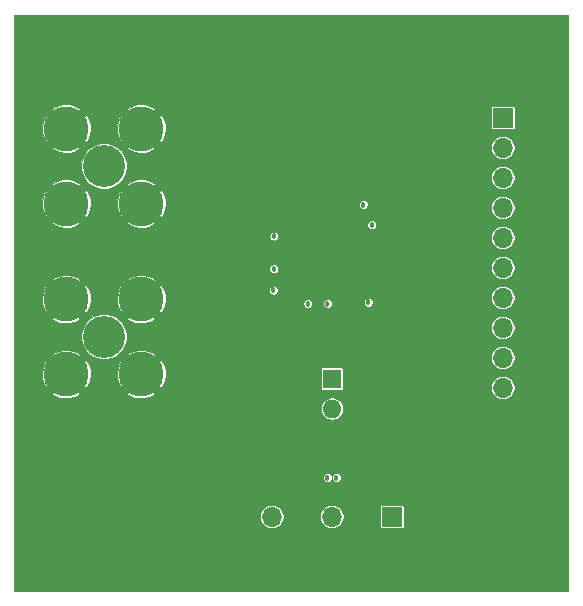
<source format=gbr>
G04 #@! TF.GenerationSoftware,KiCad,Pcbnew,(5.1.6)-1*
G04 #@! TF.CreationDate,2020-10-21T16:40:03-04:00*
G04 #@! TF.ProjectId,SAR_pcb,5341525f-7063-4622-9e6b-696361645f70,rev?*
G04 #@! TF.SameCoordinates,Original*
G04 #@! TF.FileFunction,Copper,L2,Inr*
G04 #@! TF.FilePolarity,Positive*
%FSLAX46Y46*%
G04 Gerber Fmt 4.6, Leading zero omitted, Abs format (unit mm)*
G04 Created by KiCad (PCBNEW (5.1.6)-1) date 2020-10-21 16:40:03*
%MOMM*%
%LPD*%
G01*
G04 APERTURE LIST*
G04 #@! TA.AperFunction,ViaPad*
%ADD10C,3.810000*%
G04 #@! TD*
G04 #@! TA.AperFunction,ViaPad*
%ADD11C,3.556000*%
G04 #@! TD*
G04 #@! TA.AperFunction,ViaPad*
%ADD12R,1.700000X1.700000*%
G04 #@! TD*
G04 #@! TA.AperFunction,ViaPad*
%ADD13O,1.700000X1.700000*%
G04 #@! TD*
G04 #@! TA.AperFunction,ViaPad*
%ADD14R,1.600000X1.600000*%
G04 #@! TD*
G04 #@! TA.AperFunction,ViaPad*
%ADD15O,1.600000X1.600000*%
G04 #@! TD*
G04 #@! TA.AperFunction,ViaPad*
%ADD16C,0.500000*%
G04 #@! TD*
G04 #@! TA.AperFunction,ViaPad*
%ADD17C,0.457200*%
G04 #@! TD*
G04 #@! TA.AperFunction,Conductor*
%ADD18C,0.101600*%
G04 #@! TD*
G04 APERTURE END LIST*
D10*
G04 #@! TO.N,GND*
G04 #@! TO.C,J1*
X127635000Y-82715100D03*
D11*
G04 #@! TO.N,VIN-*
X130810000Y-85890100D03*
D10*
G04 #@! TO.N,GND*
X133985000Y-82715100D03*
X127635000Y-89065100D03*
X133985000Y-89065100D03*
G04 #@! TD*
G04 #@! TO.N,GND*
G04 #@! TO.C,J2*
X133985000Y-103505000D03*
X127635000Y-103505000D03*
X133985000Y-97155000D03*
D11*
G04 #@! TO.N,VIN+*
X130810000Y-100330000D03*
D10*
G04 #@! TO.N,GND*
X127635000Y-97155000D03*
G04 #@! TD*
D12*
G04 #@! TO.N,D0*
G04 #@! TO.C,J3*
X164592000Y-81788000D03*
D13*
G04 #@! TO.N,GND*
X167132000Y-81788000D03*
G04 #@! TO.N,D1*
X164592000Y-84328000D03*
G04 #@! TO.N,GND*
X167132000Y-84328000D03*
G04 #@! TO.N,D2*
X164592000Y-86868000D03*
G04 #@! TO.N,GND*
X167132000Y-86868000D03*
G04 #@! TO.N,D3*
X164592000Y-89408000D03*
G04 #@! TO.N,GND*
X167132000Y-89408000D03*
G04 #@! TO.N,D4*
X164592000Y-91948000D03*
G04 #@! TO.N,GND*
X167132000Y-91948000D03*
G04 #@! TO.N,D5*
X164592000Y-94488000D03*
G04 #@! TO.N,GND*
X167132000Y-94488000D03*
G04 #@! TO.N,D6*
X164592000Y-97028000D03*
G04 #@! TO.N,GND*
X167132000Y-97028000D03*
G04 #@! TO.N,D7*
X164592000Y-99568000D03*
G04 #@! TO.N,GND*
X167132000Y-99568000D03*
G04 #@! TO.N,D8*
X164592000Y-102108000D03*
G04 #@! TO.N,GND*
X167132000Y-102108000D03*
G04 #@! TO.N,D9*
X164592000Y-104648000D03*
G04 #@! TO.N,GND*
X167132000Y-104648000D03*
G04 #@! TD*
D12*
G04 #@! TO.N,VDD*
G04 #@! TO.C,J4*
X155194000Y-115570000D03*
D13*
G04 #@! TO.N,GND*
X152654000Y-115570000D03*
G04 #@! TO.N,VDDPST*
X150114000Y-115570000D03*
G04 #@! TO.N,GND*
X147574000Y-115570000D03*
G04 #@! TO.N,VREF*
X145034000Y-115570000D03*
G04 #@! TO.N,GND*
X142494000Y-115570000D03*
G04 #@! TD*
D14*
G04 #@! TO.N,RST*
G04 #@! TO.C,SW1*
X150114000Y-103886000D03*
D15*
G04 #@! TO.N,GND*
X157734000Y-106426000D03*
G04 #@! TO.N,RST*
X150114000Y-106426000D03*
G04 #@! TO.N,GND*
X157734000Y-103886000D03*
G04 #@! TD*
D16*
G04 #@! TO.N,GND*
G04 #@! TO.C,U2*
X148204680Y-92233240D03*
X149204680Y-92233240D03*
X150204680Y-92233240D03*
X148204680Y-93233240D03*
X149204680Y-93233240D03*
X150204680Y-93233240D03*
X148204680Y-94233240D03*
X149204680Y-94233240D03*
X150204680Y-94233240D03*
G04 #@! TD*
D17*
G04 #@! TO.N,VDD*
X145161000Y-96393000D03*
X149733000Y-97536000D03*
X153479500Y-90868500D03*
X145212000Y-91821000D03*
G04 #@! TO.N,GND*
X155321000Y-120396000D03*
X150114000Y-120396000D03*
X145669000Y-120396000D03*
X144907000Y-120396000D03*
X155067000Y-90805000D03*
X155956000Y-89027000D03*
X154432000Y-89027000D03*
X154432000Y-98552000D03*
X149733000Y-99314000D03*
X148209000Y-99314000D03*
X141859000Y-89535000D03*
X143510000Y-96520000D03*
X143510000Y-94742000D03*
X155448000Y-110744000D03*
X155448000Y-110109000D03*
X161544000Y-74676000D03*
X160274000Y-78232000D03*
X161544000Y-78232000D03*
X161544000Y-75692000D03*
X161544000Y-73660000D03*
X160274000Y-74676000D03*
X161544000Y-76962000D03*
X160274000Y-76962000D03*
X160274000Y-73660000D03*
X160274000Y-75692000D03*
X152908000Y-74676000D03*
X151638000Y-78232000D03*
X152908000Y-78232000D03*
X152908000Y-75692000D03*
X152908000Y-73660000D03*
X151638000Y-74676000D03*
X152908000Y-76962000D03*
X151638000Y-76962000D03*
X151638000Y-73660000D03*
X151638000Y-75692000D03*
X149098000Y-74676000D03*
X147828000Y-78232000D03*
X149098000Y-78232000D03*
X149098000Y-75692000D03*
X149098000Y-73660000D03*
X147828000Y-74676000D03*
X149098000Y-76962000D03*
X147828000Y-76962000D03*
X147828000Y-73660000D03*
X147828000Y-75692000D03*
X140462000Y-78232000D03*
X139192000Y-78232000D03*
X139192000Y-76962000D03*
X140462000Y-76962000D03*
X140462000Y-75692000D03*
X139192000Y-75692000D03*
X140462000Y-74676000D03*
X139192000Y-74676000D03*
X140462000Y-73660000D03*
X139192000Y-73660000D03*
X148463000Y-90805000D03*
X146812000Y-90678000D03*
X146812000Y-91313000D03*
X148463000Y-90170000D03*
X147320000Y-95758000D03*
X147320000Y-96266000D03*
X143510000Y-95631000D03*
X141859000Y-88646000D03*
X143129000Y-91186000D03*
X143129000Y-92075000D03*
X148971000Y-99314000D03*
X155194000Y-98552000D03*
X155194000Y-89027000D03*
X155702000Y-90805000D03*
X146558000Y-120396000D03*
X147701000Y-120396000D03*
X148971000Y-120396000D03*
X151384000Y-120396000D03*
X153035000Y-120396000D03*
X154178000Y-120396000D03*
X139065000Y-86995000D03*
X137795000Y-85090000D03*
X151765000Y-102235000D03*
X151765000Y-104140000D03*
X151765000Y-107315000D03*
X154305000Y-101600000D03*
X156845000Y-101600000D03*
X160020000Y-101600000D03*
X162560000Y-104140000D03*
X151765000Y-98425000D03*
X153035000Y-99695000D03*
X154305000Y-100330000D03*
X156845000Y-100330000D03*
X159385000Y-100330000D03*
X162560000Y-100965000D03*
X156845000Y-99060000D03*
X159385000Y-99060000D03*
X161925000Y-99060000D03*
X156845000Y-97790000D03*
X160020000Y-97790000D03*
X155575000Y-96520000D03*
X158115000Y-96520000D03*
X161290000Y-96520000D03*
X160020000Y-94615000D03*
X162560000Y-94615000D03*
X161290000Y-93345000D03*
X162560000Y-90805000D03*
X160655000Y-88900000D03*
X160655000Y-90170000D03*
X162560000Y-88900000D03*
X162560000Y-87630000D03*
X162560000Y-85090000D03*
X162560000Y-86360000D03*
X160020000Y-87630000D03*
X162560000Y-83185000D03*
X160020000Y-85090000D03*
X158750000Y-88265000D03*
X159512000Y-92964000D03*
X157734000Y-93218000D03*
X158115000Y-85090000D03*
X160020000Y-83185000D03*
X161925000Y-81280000D03*
X155575000Y-74295000D03*
X155575000Y-76200000D03*
X155575000Y-78105000D03*
X155575000Y-80010000D03*
X155575000Y-81915000D03*
X142875000Y-85090000D03*
X146050000Y-85090000D03*
X153670000Y-83820000D03*
X156210000Y-85090000D03*
X149225000Y-101600000D03*
X147955000Y-103505000D03*
X147955000Y-106045000D03*
X147955000Y-109855000D03*
X158115000Y-74295000D03*
X158115000Y-76200000D03*
X158115000Y-78105000D03*
X158115000Y-80010000D03*
X158115000Y-81915000D03*
X142875000Y-73660000D03*
X145415000Y-73660000D03*
X142875000Y-75565000D03*
X145415000Y-75565000D03*
X142875000Y-77470000D03*
X145415000Y-77470000D03*
X145415000Y-79375000D03*
X142875000Y-79375000D03*
X142875000Y-81280000D03*
X145415000Y-81280000D03*
X142875000Y-83185000D03*
X146050000Y-83185000D03*
X139065000Y-88900000D03*
X139065000Y-90805000D03*
X141605000Y-90805000D03*
X139065000Y-95250000D03*
X141605000Y-95250000D03*
X139065000Y-97155000D03*
X139065000Y-99060000D03*
X137795000Y-100330000D03*
X135890000Y-92075000D03*
X135890000Y-93980000D03*
G04 #@! TO.N,VDDPST*
X150495000Y-112268000D03*
X149733000Y-112268000D03*
X148082000Y-97536000D03*
X153212800Y-97434400D03*
X152781000Y-89154000D03*
G04 #@! TO.N,VREF*
X145188653Y-94587347D03*
G04 #@! TD*
D18*
G04 #@! TO.N,GND*
G36*
X170129200Y-121869200D02*
G01*
X138353800Y-121869200D01*
X138353800Y-115471272D01*
X144031600Y-115471272D01*
X144031600Y-115668728D01*
X144070122Y-115862389D01*
X144145685Y-116044814D01*
X144255385Y-116208993D01*
X144395007Y-116348615D01*
X144559186Y-116458315D01*
X144741611Y-116533878D01*
X144935272Y-116572400D01*
X145132728Y-116572400D01*
X145326389Y-116533878D01*
X145508814Y-116458315D01*
X145672993Y-116348615D01*
X145812615Y-116208993D01*
X145922315Y-116044814D01*
X145997878Y-115862389D01*
X146036400Y-115668728D01*
X146036400Y-115471272D01*
X149111600Y-115471272D01*
X149111600Y-115668728D01*
X149150122Y-115862389D01*
X149225685Y-116044814D01*
X149335385Y-116208993D01*
X149475007Y-116348615D01*
X149639186Y-116458315D01*
X149821611Y-116533878D01*
X150015272Y-116572400D01*
X150212728Y-116572400D01*
X150406389Y-116533878D01*
X150588814Y-116458315D01*
X150752993Y-116348615D01*
X150892615Y-116208993D01*
X151002315Y-116044814D01*
X151077878Y-115862389D01*
X151116400Y-115668728D01*
X151116400Y-115471272D01*
X151077878Y-115277611D01*
X151002315Y-115095186D01*
X150892615Y-114931007D01*
X150752993Y-114791385D01*
X150646157Y-114720000D01*
X154190863Y-114720000D01*
X154190863Y-116420000D01*
X154193805Y-116449876D01*
X154202520Y-116478603D01*
X154216671Y-116505078D01*
X154235716Y-116528284D01*
X154258922Y-116547329D01*
X154285397Y-116561480D01*
X154314124Y-116570195D01*
X154344000Y-116573137D01*
X156044000Y-116573137D01*
X156073876Y-116570195D01*
X156102603Y-116561480D01*
X156129078Y-116547329D01*
X156152284Y-116528284D01*
X156171329Y-116505078D01*
X156185480Y-116478603D01*
X156194195Y-116449876D01*
X156197137Y-116420000D01*
X156197137Y-114720000D01*
X156194195Y-114690124D01*
X156185480Y-114661397D01*
X156171329Y-114634922D01*
X156152284Y-114611716D01*
X156129078Y-114592671D01*
X156102603Y-114578520D01*
X156073876Y-114569805D01*
X156044000Y-114566863D01*
X154344000Y-114566863D01*
X154314124Y-114569805D01*
X154285397Y-114578520D01*
X154258922Y-114592671D01*
X154235716Y-114611716D01*
X154216671Y-114634922D01*
X154202520Y-114661397D01*
X154193805Y-114690124D01*
X154190863Y-114720000D01*
X150646157Y-114720000D01*
X150588814Y-114681685D01*
X150406389Y-114606122D01*
X150212728Y-114567600D01*
X150015272Y-114567600D01*
X149821611Y-114606122D01*
X149639186Y-114681685D01*
X149475007Y-114791385D01*
X149335385Y-114931007D01*
X149225685Y-115095186D01*
X149150122Y-115277611D01*
X149111600Y-115471272D01*
X146036400Y-115471272D01*
X145997878Y-115277611D01*
X145922315Y-115095186D01*
X145812615Y-114931007D01*
X145672993Y-114791385D01*
X145508814Y-114681685D01*
X145326389Y-114606122D01*
X145132728Y-114567600D01*
X144935272Y-114567600D01*
X144741611Y-114606122D01*
X144559186Y-114681685D01*
X144395007Y-114791385D01*
X144255385Y-114931007D01*
X144145685Y-115095186D01*
X144070122Y-115277611D01*
X144031600Y-115471272D01*
X138353800Y-115471272D01*
X138353800Y-112230475D01*
X149352000Y-112230475D01*
X149352000Y-112305525D01*
X149366642Y-112379133D01*
X149395363Y-112448471D01*
X149437058Y-112510873D01*
X149490127Y-112563942D01*
X149552529Y-112605637D01*
X149621867Y-112634358D01*
X149695475Y-112649000D01*
X149770525Y-112649000D01*
X149844133Y-112634358D01*
X149913471Y-112605637D01*
X149975873Y-112563942D01*
X150028942Y-112510873D01*
X150070637Y-112448471D01*
X150099358Y-112379133D01*
X150114000Y-112305525D01*
X150128642Y-112379133D01*
X150157363Y-112448471D01*
X150199058Y-112510873D01*
X150252127Y-112563942D01*
X150314529Y-112605637D01*
X150383867Y-112634358D01*
X150457475Y-112649000D01*
X150532525Y-112649000D01*
X150606133Y-112634358D01*
X150675471Y-112605637D01*
X150737873Y-112563942D01*
X150790942Y-112510873D01*
X150832637Y-112448471D01*
X150861358Y-112379133D01*
X150876000Y-112305525D01*
X150876000Y-112230475D01*
X150861358Y-112156867D01*
X150832637Y-112087529D01*
X150790942Y-112025127D01*
X150737873Y-111972058D01*
X150675471Y-111930363D01*
X150606133Y-111901642D01*
X150532525Y-111887000D01*
X150457475Y-111887000D01*
X150383867Y-111901642D01*
X150314529Y-111930363D01*
X150252127Y-111972058D01*
X150199058Y-112025127D01*
X150157363Y-112087529D01*
X150128642Y-112156867D01*
X150114000Y-112230475D01*
X150099358Y-112156867D01*
X150070637Y-112087529D01*
X150028942Y-112025127D01*
X149975873Y-111972058D01*
X149913471Y-111930363D01*
X149844133Y-111901642D01*
X149770525Y-111887000D01*
X149695475Y-111887000D01*
X149621867Y-111901642D01*
X149552529Y-111930363D01*
X149490127Y-111972058D01*
X149437058Y-112025127D01*
X149395363Y-112087529D01*
X149366642Y-112156867D01*
X149352000Y-112230475D01*
X138353800Y-112230475D01*
X138353800Y-106332197D01*
X149161600Y-106332197D01*
X149161600Y-106519803D01*
X149198200Y-106703805D01*
X149269994Y-106877130D01*
X149374223Y-107033119D01*
X149506881Y-107165777D01*
X149662870Y-107270006D01*
X149836195Y-107341800D01*
X150020197Y-107378400D01*
X150207803Y-107378400D01*
X150391805Y-107341800D01*
X150565130Y-107270006D01*
X150721119Y-107165777D01*
X150853777Y-107033119D01*
X150958006Y-106877130D01*
X151029800Y-106703805D01*
X151066400Y-106519803D01*
X151066400Y-106332197D01*
X151029800Y-106148195D01*
X150958006Y-105974870D01*
X150853777Y-105818881D01*
X150721119Y-105686223D01*
X150565130Y-105581994D01*
X150391805Y-105510200D01*
X150207803Y-105473600D01*
X150020197Y-105473600D01*
X149836195Y-105510200D01*
X149662870Y-105581994D01*
X149506881Y-105686223D01*
X149374223Y-105818881D01*
X149269994Y-105974870D01*
X149198200Y-106148195D01*
X149161600Y-106332197D01*
X138353800Y-106332197D01*
X138353800Y-103086000D01*
X149160863Y-103086000D01*
X149160863Y-104686000D01*
X149163805Y-104715876D01*
X149172520Y-104744603D01*
X149186671Y-104771078D01*
X149205716Y-104794284D01*
X149228922Y-104813329D01*
X149255397Y-104827480D01*
X149284124Y-104836195D01*
X149314000Y-104839137D01*
X150914000Y-104839137D01*
X150943876Y-104836195D01*
X150972603Y-104827480D01*
X150999078Y-104813329D01*
X151022284Y-104794284D01*
X151041329Y-104771078D01*
X151055480Y-104744603D01*
X151064195Y-104715876D01*
X151067137Y-104686000D01*
X151067137Y-104549272D01*
X163589600Y-104549272D01*
X163589600Y-104746728D01*
X163628122Y-104940389D01*
X163703685Y-105122814D01*
X163813385Y-105286993D01*
X163953007Y-105426615D01*
X164117186Y-105536315D01*
X164299611Y-105611878D01*
X164493272Y-105650400D01*
X164690728Y-105650400D01*
X164884389Y-105611878D01*
X165066814Y-105536315D01*
X165230993Y-105426615D01*
X165370615Y-105286993D01*
X165480315Y-105122814D01*
X165555878Y-104940389D01*
X165594400Y-104746728D01*
X165594400Y-104549272D01*
X165555878Y-104355611D01*
X165480315Y-104173186D01*
X165370615Y-104009007D01*
X165230993Y-103869385D01*
X165066814Y-103759685D01*
X164884389Y-103684122D01*
X164690728Y-103645600D01*
X164493272Y-103645600D01*
X164299611Y-103684122D01*
X164117186Y-103759685D01*
X163953007Y-103869385D01*
X163813385Y-104009007D01*
X163703685Y-104173186D01*
X163628122Y-104355611D01*
X163589600Y-104549272D01*
X151067137Y-104549272D01*
X151067137Y-103086000D01*
X151064195Y-103056124D01*
X151055480Y-103027397D01*
X151041329Y-103000922D01*
X151022284Y-102977716D01*
X150999078Y-102958671D01*
X150972603Y-102944520D01*
X150943876Y-102935805D01*
X150914000Y-102932863D01*
X149314000Y-102932863D01*
X149284124Y-102935805D01*
X149255397Y-102944520D01*
X149228922Y-102958671D01*
X149205716Y-102977716D01*
X149186671Y-103000922D01*
X149172520Y-103027397D01*
X149163805Y-103056124D01*
X149160863Y-103086000D01*
X138353800Y-103086000D01*
X138353800Y-102009272D01*
X163589600Y-102009272D01*
X163589600Y-102206728D01*
X163628122Y-102400389D01*
X163703685Y-102582814D01*
X163813385Y-102746993D01*
X163953007Y-102886615D01*
X164117186Y-102996315D01*
X164299611Y-103071878D01*
X164493272Y-103110400D01*
X164690728Y-103110400D01*
X164884389Y-103071878D01*
X165066814Y-102996315D01*
X165230993Y-102886615D01*
X165370615Y-102746993D01*
X165480315Y-102582814D01*
X165555878Y-102400389D01*
X165594400Y-102206728D01*
X165594400Y-102009272D01*
X165555878Y-101815611D01*
X165480315Y-101633186D01*
X165370615Y-101469007D01*
X165230993Y-101329385D01*
X165066814Y-101219685D01*
X164884389Y-101144122D01*
X164690728Y-101105600D01*
X164493272Y-101105600D01*
X164299611Y-101144122D01*
X164117186Y-101219685D01*
X163953007Y-101329385D01*
X163813385Y-101469007D01*
X163703685Y-101633186D01*
X163628122Y-101815611D01*
X163589600Y-102009272D01*
X138353800Y-102009272D01*
X138353800Y-99469272D01*
X163589600Y-99469272D01*
X163589600Y-99666728D01*
X163628122Y-99860389D01*
X163703685Y-100042814D01*
X163813385Y-100206993D01*
X163953007Y-100346615D01*
X164117186Y-100456315D01*
X164299611Y-100531878D01*
X164493272Y-100570400D01*
X164690728Y-100570400D01*
X164884389Y-100531878D01*
X165066814Y-100456315D01*
X165230993Y-100346615D01*
X165370615Y-100206993D01*
X165480315Y-100042814D01*
X165555878Y-99860389D01*
X165594400Y-99666728D01*
X165594400Y-99469272D01*
X165555878Y-99275611D01*
X165480315Y-99093186D01*
X165370615Y-98929007D01*
X165230993Y-98789385D01*
X165066814Y-98679685D01*
X164884389Y-98604122D01*
X164690728Y-98565600D01*
X164493272Y-98565600D01*
X164299611Y-98604122D01*
X164117186Y-98679685D01*
X163953007Y-98789385D01*
X163813385Y-98929007D01*
X163703685Y-99093186D01*
X163628122Y-99275611D01*
X163589600Y-99469272D01*
X138353800Y-99469272D01*
X138353800Y-97498475D01*
X147701000Y-97498475D01*
X147701000Y-97573525D01*
X147715642Y-97647133D01*
X147744363Y-97716471D01*
X147786058Y-97778873D01*
X147839127Y-97831942D01*
X147901529Y-97873637D01*
X147970867Y-97902358D01*
X148044475Y-97917000D01*
X148119525Y-97917000D01*
X148193133Y-97902358D01*
X148262471Y-97873637D01*
X148324873Y-97831942D01*
X148377942Y-97778873D01*
X148419637Y-97716471D01*
X148448358Y-97647133D01*
X148463000Y-97573525D01*
X148463000Y-97498475D01*
X149352000Y-97498475D01*
X149352000Y-97573525D01*
X149366642Y-97647133D01*
X149395363Y-97716471D01*
X149437058Y-97778873D01*
X149490127Y-97831942D01*
X149552529Y-97873637D01*
X149621867Y-97902358D01*
X149695475Y-97917000D01*
X149770525Y-97917000D01*
X149844133Y-97902358D01*
X149913471Y-97873637D01*
X149975873Y-97831942D01*
X150028942Y-97778873D01*
X150070637Y-97716471D01*
X150099358Y-97647133D01*
X150114000Y-97573525D01*
X150114000Y-97498475D01*
X150099358Y-97424867D01*
X150087764Y-97396875D01*
X152831800Y-97396875D01*
X152831800Y-97471925D01*
X152846442Y-97545533D01*
X152875163Y-97614871D01*
X152916858Y-97677273D01*
X152969927Y-97730342D01*
X153032329Y-97772037D01*
X153101667Y-97800758D01*
X153175275Y-97815400D01*
X153250325Y-97815400D01*
X153323933Y-97800758D01*
X153393271Y-97772037D01*
X153455673Y-97730342D01*
X153508742Y-97677273D01*
X153550437Y-97614871D01*
X153579158Y-97545533D01*
X153593800Y-97471925D01*
X153593800Y-97396875D01*
X153579158Y-97323267D01*
X153550437Y-97253929D01*
X153508742Y-97191527D01*
X153455673Y-97138458D01*
X153393271Y-97096763D01*
X153323933Y-97068042D01*
X153250325Y-97053400D01*
X153175275Y-97053400D01*
X153101667Y-97068042D01*
X153032329Y-97096763D01*
X152969927Y-97138458D01*
X152916858Y-97191527D01*
X152875163Y-97253929D01*
X152846442Y-97323267D01*
X152831800Y-97396875D01*
X150087764Y-97396875D01*
X150070637Y-97355529D01*
X150028942Y-97293127D01*
X149975873Y-97240058D01*
X149913471Y-97198363D01*
X149844133Y-97169642D01*
X149770525Y-97155000D01*
X149695475Y-97155000D01*
X149621867Y-97169642D01*
X149552529Y-97198363D01*
X149490127Y-97240058D01*
X149437058Y-97293127D01*
X149395363Y-97355529D01*
X149366642Y-97424867D01*
X149352000Y-97498475D01*
X148463000Y-97498475D01*
X148448358Y-97424867D01*
X148419637Y-97355529D01*
X148377942Y-97293127D01*
X148324873Y-97240058D01*
X148262471Y-97198363D01*
X148193133Y-97169642D01*
X148119525Y-97155000D01*
X148044475Y-97155000D01*
X147970867Y-97169642D01*
X147901529Y-97198363D01*
X147839127Y-97240058D01*
X147786058Y-97293127D01*
X147744363Y-97355529D01*
X147715642Y-97424867D01*
X147701000Y-97498475D01*
X138353800Y-97498475D01*
X138353800Y-96929272D01*
X163589600Y-96929272D01*
X163589600Y-97126728D01*
X163628122Y-97320389D01*
X163703685Y-97502814D01*
X163813385Y-97666993D01*
X163953007Y-97806615D01*
X164117186Y-97916315D01*
X164299611Y-97991878D01*
X164493272Y-98030400D01*
X164690728Y-98030400D01*
X164884389Y-97991878D01*
X165066814Y-97916315D01*
X165230993Y-97806615D01*
X165370615Y-97666993D01*
X165480315Y-97502814D01*
X165555878Y-97320389D01*
X165594400Y-97126728D01*
X165594400Y-96929272D01*
X165555878Y-96735611D01*
X165480315Y-96553186D01*
X165370615Y-96389007D01*
X165230993Y-96249385D01*
X165066814Y-96139685D01*
X164884389Y-96064122D01*
X164690728Y-96025600D01*
X164493272Y-96025600D01*
X164299611Y-96064122D01*
X164117186Y-96139685D01*
X163953007Y-96249385D01*
X163813385Y-96389007D01*
X163703685Y-96553186D01*
X163628122Y-96735611D01*
X163589600Y-96929272D01*
X138353800Y-96929272D01*
X138353800Y-96355475D01*
X144780000Y-96355475D01*
X144780000Y-96430525D01*
X144794642Y-96504133D01*
X144823363Y-96573471D01*
X144865058Y-96635873D01*
X144918127Y-96688942D01*
X144980529Y-96730637D01*
X145049867Y-96759358D01*
X145123475Y-96774000D01*
X145198525Y-96774000D01*
X145272133Y-96759358D01*
X145341471Y-96730637D01*
X145403873Y-96688942D01*
X145456942Y-96635873D01*
X145498637Y-96573471D01*
X145527358Y-96504133D01*
X145542000Y-96430525D01*
X145542000Y-96355475D01*
X145527358Y-96281867D01*
X145498637Y-96212529D01*
X145456942Y-96150127D01*
X145403873Y-96097058D01*
X145341471Y-96055363D01*
X145272133Y-96026642D01*
X145198525Y-96012000D01*
X145123475Y-96012000D01*
X145049867Y-96026642D01*
X144980529Y-96055363D01*
X144918127Y-96097058D01*
X144865058Y-96150127D01*
X144823363Y-96212529D01*
X144794642Y-96281867D01*
X144780000Y-96355475D01*
X138353800Y-96355475D01*
X138353800Y-94549822D01*
X144807653Y-94549822D01*
X144807653Y-94624872D01*
X144822295Y-94698480D01*
X144851016Y-94767818D01*
X144892711Y-94830220D01*
X144945780Y-94883289D01*
X145008182Y-94924984D01*
X145077520Y-94953705D01*
X145151128Y-94968347D01*
X145226178Y-94968347D01*
X145299786Y-94953705D01*
X145369124Y-94924984D01*
X145431526Y-94883289D01*
X145484595Y-94830220D01*
X145526290Y-94767818D01*
X145555011Y-94698480D01*
X145569653Y-94624872D01*
X145569653Y-94549822D01*
X145555011Y-94476214D01*
X145526290Y-94406876D01*
X145514528Y-94389272D01*
X163589600Y-94389272D01*
X163589600Y-94586728D01*
X163628122Y-94780389D01*
X163703685Y-94962814D01*
X163813385Y-95126993D01*
X163953007Y-95266615D01*
X164117186Y-95376315D01*
X164299611Y-95451878D01*
X164493272Y-95490400D01*
X164690728Y-95490400D01*
X164884389Y-95451878D01*
X165066814Y-95376315D01*
X165230993Y-95266615D01*
X165370615Y-95126993D01*
X165480315Y-94962814D01*
X165555878Y-94780389D01*
X165594400Y-94586728D01*
X165594400Y-94389272D01*
X165555878Y-94195611D01*
X165480315Y-94013186D01*
X165370615Y-93849007D01*
X165230993Y-93709385D01*
X165066814Y-93599685D01*
X164884389Y-93524122D01*
X164690728Y-93485600D01*
X164493272Y-93485600D01*
X164299611Y-93524122D01*
X164117186Y-93599685D01*
X163953007Y-93709385D01*
X163813385Y-93849007D01*
X163703685Y-94013186D01*
X163628122Y-94195611D01*
X163589600Y-94389272D01*
X145514528Y-94389272D01*
X145484595Y-94344474D01*
X145431526Y-94291405D01*
X145369124Y-94249710D01*
X145299786Y-94220989D01*
X145226178Y-94206347D01*
X145151128Y-94206347D01*
X145077520Y-94220989D01*
X145008182Y-94249710D01*
X144945780Y-94291405D01*
X144892711Y-94344474D01*
X144851016Y-94406876D01*
X144822295Y-94476214D01*
X144807653Y-94549822D01*
X138353800Y-94549822D01*
X138353800Y-91783475D01*
X144831000Y-91783475D01*
X144831000Y-91858525D01*
X144845642Y-91932133D01*
X144874363Y-92001471D01*
X144916058Y-92063873D01*
X144969127Y-92116942D01*
X145031529Y-92158637D01*
X145100867Y-92187358D01*
X145174475Y-92202000D01*
X145249525Y-92202000D01*
X145323133Y-92187358D01*
X145392471Y-92158637D01*
X145454873Y-92116942D01*
X145507942Y-92063873D01*
X145549637Y-92001471D01*
X145578358Y-91932133D01*
X145593000Y-91858525D01*
X145593000Y-91849272D01*
X163589600Y-91849272D01*
X163589600Y-92046728D01*
X163628122Y-92240389D01*
X163703685Y-92422814D01*
X163813385Y-92586993D01*
X163953007Y-92726615D01*
X164117186Y-92836315D01*
X164299611Y-92911878D01*
X164493272Y-92950400D01*
X164690728Y-92950400D01*
X164884389Y-92911878D01*
X165066814Y-92836315D01*
X165230993Y-92726615D01*
X165370615Y-92586993D01*
X165480315Y-92422814D01*
X165555878Y-92240389D01*
X165594400Y-92046728D01*
X165594400Y-91849272D01*
X165555878Y-91655611D01*
X165480315Y-91473186D01*
X165370615Y-91309007D01*
X165230993Y-91169385D01*
X165066814Y-91059685D01*
X164884389Y-90984122D01*
X164690728Y-90945600D01*
X164493272Y-90945600D01*
X164299611Y-90984122D01*
X164117186Y-91059685D01*
X163953007Y-91169385D01*
X163813385Y-91309007D01*
X163703685Y-91473186D01*
X163628122Y-91655611D01*
X163589600Y-91849272D01*
X145593000Y-91849272D01*
X145593000Y-91783475D01*
X145578358Y-91709867D01*
X145549637Y-91640529D01*
X145507942Y-91578127D01*
X145454873Y-91525058D01*
X145392471Y-91483363D01*
X145323133Y-91454642D01*
X145249525Y-91440000D01*
X145174475Y-91440000D01*
X145100867Y-91454642D01*
X145031529Y-91483363D01*
X144969127Y-91525058D01*
X144916058Y-91578127D01*
X144874363Y-91640529D01*
X144845642Y-91709867D01*
X144831000Y-91783475D01*
X138353800Y-91783475D01*
X138353800Y-90830975D01*
X153098500Y-90830975D01*
X153098500Y-90906025D01*
X153113142Y-90979633D01*
X153141863Y-91048971D01*
X153183558Y-91111373D01*
X153236627Y-91164442D01*
X153299029Y-91206137D01*
X153368367Y-91234858D01*
X153441975Y-91249500D01*
X153517025Y-91249500D01*
X153590633Y-91234858D01*
X153659971Y-91206137D01*
X153722373Y-91164442D01*
X153775442Y-91111373D01*
X153817137Y-91048971D01*
X153845858Y-90979633D01*
X153860500Y-90906025D01*
X153860500Y-90830975D01*
X153845858Y-90757367D01*
X153817137Y-90688029D01*
X153775442Y-90625627D01*
X153722373Y-90572558D01*
X153659971Y-90530863D01*
X153590633Y-90502142D01*
X153517025Y-90487500D01*
X153441975Y-90487500D01*
X153368367Y-90502142D01*
X153299029Y-90530863D01*
X153236627Y-90572558D01*
X153183558Y-90625627D01*
X153141863Y-90688029D01*
X153113142Y-90757367D01*
X153098500Y-90830975D01*
X138353800Y-90830975D01*
X138353800Y-89116475D01*
X152400000Y-89116475D01*
X152400000Y-89191525D01*
X152414642Y-89265133D01*
X152443363Y-89334471D01*
X152485058Y-89396873D01*
X152538127Y-89449942D01*
X152600529Y-89491637D01*
X152669867Y-89520358D01*
X152743475Y-89535000D01*
X152818525Y-89535000D01*
X152892133Y-89520358D01*
X152961471Y-89491637D01*
X153023873Y-89449942D01*
X153076942Y-89396873D01*
X153118637Y-89334471D01*
X153129074Y-89309272D01*
X163589600Y-89309272D01*
X163589600Y-89506728D01*
X163628122Y-89700389D01*
X163703685Y-89882814D01*
X163813385Y-90046993D01*
X163953007Y-90186615D01*
X164117186Y-90296315D01*
X164299611Y-90371878D01*
X164493272Y-90410400D01*
X164690728Y-90410400D01*
X164884389Y-90371878D01*
X165066814Y-90296315D01*
X165230993Y-90186615D01*
X165370615Y-90046993D01*
X165480315Y-89882814D01*
X165555878Y-89700389D01*
X165594400Y-89506728D01*
X165594400Y-89309272D01*
X165555878Y-89115611D01*
X165480315Y-88933186D01*
X165370615Y-88769007D01*
X165230993Y-88629385D01*
X165066814Y-88519685D01*
X164884389Y-88444122D01*
X164690728Y-88405600D01*
X164493272Y-88405600D01*
X164299611Y-88444122D01*
X164117186Y-88519685D01*
X163953007Y-88629385D01*
X163813385Y-88769007D01*
X163703685Y-88933186D01*
X163628122Y-89115611D01*
X163589600Y-89309272D01*
X153129074Y-89309272D01*
X153147358Y-89265133D01*
X153162000Y-89191525D01*
X153162000Y-89116475D01*
X153147358Y-89042867D01*
X153118637Y-88973529D01*
X153076942Y-88911127D01*
X153023873Y-88858058D01*
X152961471Y-88816363D01*
X152892133Y-88787642D01*
X152818525Y-88773000D01*
X152743475Y-88773000D01*
X152669867Y-88787642D01*
X152600529Y-88816363D01*
X152538127Y-88858058D01*
X152485058Y-88911127D01*
X152443363Y-88973529D01*
X152414642Y-89042867D01*
X152400000Y-89116475D01*
X138353800Y-89116475D01*
X138353800Y-86769272D01*
X163589600Y-86769272D01*
X163589600Y-86966728D01*
X163628122Y-87160389D01*
X163703685Y-87342814D01*
X163813385Y-87506993D01*
X163953007Y-87646615D01*
X164117186Y-87756315D01*
X164299611Y-87831878D01*
X164493272Y-87870400D01*
X164690728Y-87870400D01*
X164884389Y-87831878D01*
X165066814Y-87756315D01*
X165230993Y-87646615D01*
X165370615Y-87506993D01*
X165480315Y-87342814D01*
X165555878Y-87160389D01*
X165594400Y-86966728D01*
X165594400Y-86769272D01*
X165555878Y-86575611D01*
X165480315Y-86393186D01*
X165370615Y-86229007D01*
X165230993Y-86089385D01*
X165066814Y-85979685D01*
X164884389Y-85904122D01*
X164690728Y-85865600D01*
X164493272Y-85865600D01*
X164299611Y-85904122D01*
X164117186Y-85979685D01*
X163953007Y-86089385D01*
X163813385Y-86229007D01*
X163703685Y-86393186D01*
X163628122Y-86575611D01*
X163589600Y-86769272D01*
X138353800Y-86769272D01*
X138353800Y-84229272D01*
X163589600Y-84229272D01*
X163589600Y-84426728D01*
X163628122Y-84620389D01*
X163703685Y-84802814D01*
X163813385Y-84966993D01*
X163953007Y-85106615D01*
X164117186Y-85216315D01*
X164299611Y-85291878D01*
X164493272Y-85330400D01*
X164690728Y-85330400D01*
X164884389Y-85291878D01*
X165066814Y-85216315D01*
X165230993Y-85106615D01*
X165370615Y-84966993D01*
X165480315Y-84802814D01*
X165555878Y-84620389D01*
X165594400Y-84426728D01*
X165594400Y-84229272D01*
X165555878Y-84035611D01*
X165480315Y-83853186D01*
X165370615Y-83689007D01*
X165230993Y-83549385D01*
X165066814Y-83439685D01*
X164884389Y-83364122D01*
X164690728Y-83325600D01*
X164493272Y-83325600D01*
X164299611Y-83364122D01*
X164117186Y-83439685D01*
X163953007Y-83549385D01*
X163813385Y-83689007D01*
X163703685Y-83853186D01*
X163628122Y-84035611D01*
X163589600Y-84229272D01*
X138353800Y-84229272D01*
X138353800Y-80938000D01*
X163588863Y-80938000D01*
X163588863Y-82638000D01*
X163591805Y-82667876D01*
X163600520Y-82696603D01*
X163614671Y-82723078D01*
X163633716Y-82746284D01*
X163656922Y-82765329D01*
X163683397Y-82779480D01*
X163712124Y-82788195D01*
X163742000Y-82791137D01*
X165442000Y-82791137D01*
X165471876Y-82788195D01*
X165500603Y-82779480D01*
X165527078Y-82765329D01*
X165550284Y-82746284D01*
X165569329Y-82723078D01*
X165583480Y-82696603D01*
X165592195Y-82667876D01*
X165595137Y-82638000D01*
X165595137Y-80938000D01*
X165592195Y-80908124D01*
X165583480Y-80879397D01*
X165569329Y-80852922D01*
X165550284Y-80829716D01*
X165527078Y-80810671D01*
X165500603Y-80796520D01*
X165471876Y-80787805D01*
X165442000Y-80784863D01*
X163742000Y-80784863D01*
X163712124Y-80787805D01*
X163683397Y-80796520D01*
X163656922Y-80810671D01*
X163633716Y-80829716D01*
X163614671Y-80852922D01*
X163600520Y-80879397D01*
X163591805Y-80908124D01*
X163588863Y-80938000D01*
X138353800Y-80938000D01*
X138353800Y-73075800D01*
X170129200Y-73075800D01*
X170129200Y-121869200D01*
G37*
X170129200Y-121869200D02*
X138353800Y-121869200D01*
X138353800Y-115471272D01*
X144031600Y-115471272D01*
X144031600Y-115668728D01*
X144070122Y-115862389D01*
X144145685Y-116044814D01*
X144255385Y-116208993D01*
X144395007Y-116348615D01*
X144559186Y-116458315D01*
X144741611Y-116533878D01*
X144935272Y-116572400D01*
X145132728Y-116572400D01*
X145326389Y-116533878D01*
X145508814Y-116458315D01*
X145672993Y-116348615D01*
X145812615Y-116208993D01*
X145922315Y-116044814D01*
X145997878Y-115862389D01*
X146036400Y-115668728D01*
X146036400Y-115471272D01*
X149111600Y-115471272D01*
X149111600Y-115668728D01*
X149150122Y-115862389D01*
X149225685Y-116044814D01*
X149335385Y-116208993D01*
X149475007Y-116348615D01*
X149639186Y-116458315D01*
X149821611Y-116533878D01*
X150015272Y-116572400D01*
X150212728Y-116572400D01*
X150406389Y-116533878D01*
X150588814Y-116458315D01*
X150752993Y-116348615D01*
X150892615Y-116208993D01*
X151002315Y-116044814D01*
X151077878Y-115862389D01*
X151116400Y-115668728D01*
X151116400Y-115471272D01*
X151077878Y-115277611D01*
X151002315Y-115095186D01*
X150892615Y-114931007D01*
X150752993Y-114791385D01*
X150646157Y-114720000D01*
X154190863Y-114720000D01*
X154190863Y-116420000D01*
X154193805Y-116449876D01*
X154202520Y-116478603D01*
X154216671Y-116505078D01*
X154235716Y-116528284D01*
X154258922Y-116547329D01*
X154285397Y-116561480D01*
X154314124Y-116570195D01*
X154344000Y-116573137D01*
X156044000Y-116573137D01*
X156073876Y-116570195D01*
X156102603Y-116561480D01*
X156129078Y-116547329D01*
X156152284Y-116528284D01*
X156171329Y-116505078D01*
X156185480Y-116478603D01*
X156194195Y-116449876D01*
X156197137Y-116420000D01*
X156197137Y-114720000D01*
X156194195Y-114690124D01*
X156185480Y-114661397D01*
X156171329Y-114634922D01*
X156152284Y-114611716D01*
X156129078Y-114592671D01*
X156102603Y-114578520D01*
X156073876Y-114569805D01*
X156044000Y-114566863D01*
X154344000Y-114566863D01*
X154314124Y-114569805D01*
X154285397Y-114578520D01*
X154258922Y-114592671D01*
X154235716Y-114611716D01*
X154216671Y-114634922D01*
X154202520Y-114661397D01*
X154193805Y-114690124D01*
X154190863Y-114720000D01*
X150646157Y-114720000D01*
X150588814Y-114681685D01*
X150406389Y-114606122D01*
X150212728Y-114567600D01*
X150015272Y-114567600D01*
X149821611Y-114606122D01*
X149639186Y-114681685D01*
X149475007Y-114791385D01*
X149335385Y-114931007D01*
X149225685Y-115095186D01*
X149150122Y-115277611D01*
X149111600Y-115471272D01*
X146036400Y-115471272D01*
X145997878Y-115277611D01*
X145922315Y-115095186D01*
X145812615Y-114931007D01*
X145672993Y-114791385D01*
X145508814Y-114681685D01*
X145326389Y-114606122D01*
X145132728Y-114567600D01*
X144935272Y-114567600D01*
X144741611Y-114606122D01*
X144559186Y-114681685D01*
X144395007Y-114791385D01*
X144255385Y-114931007D01*
X144145685Y-115095186D01*
X144070122Y-115277611D01*
X144031600Y-115471272D01*
X138353800Y-115471272D01*
X138353800Y-112230475D01*
X149352000Y-112230475D01*
X149352000Y-112305525D01*
X149366642Y-112379133D01*
X149395363Y-112448471D01*
X149437058Y-112510873D01*
X149490127Y-112563942D01*
X149552529Y-112605637D01*
X149621867Y-112634358D01*
X149695475Y-112649000D01*
X149770525Y-112649000D01*
X149844133Y-112634358D01*
X149913471Y-112605637D01*
X149975873Y-112563942D01*
X150028942Y-112510873D01*
X150070637Y-112448471D01*
X150099358Y-112379133D01*
X150114000Y-112305525D01*
X150128642Y-112379133D01*
X150157363Y-112448471D01*
X150199058Y-112510873D01*
X150252127Y-112563942D01*
X150314529Y-112605637D01*
X150383867Y-112634358D01*
X150457475Y-112649000D01*
X150532525Y-112649000D01*
X150606133Y-112634358D01*
X150675471Y-112605637D01*
X150737873Y-112563942D01*
X150790942Y-112510873D01*
X150832637Y-112448471D01*
X150861358Y-112379133D01*
X150876000Y-112305525D01*
X150876000Y-112230475D01*
X150861358Y-112156867D01*
X150832637Y-112087529D01*
X150790942Y-112025127D01*
X150737873Y-111972058D01*
X150675471Y-111930363D01*
X150606133Y-111901642D01*
X150532525Y-111887000D01*
X150457475Y-111887000D01*
X150383867Y-111901642D01*
X150314529Y-111930363D01*
X150252127Y-111972058D01*
X150199058Y-112025127D01*
X150157363Y-112087529D01*
X150128642Y-112156867D01*
X150114000Y-112230475D01*
X150099358Y-112156867D01*
X150070637Y-112087529D01*
X150028942Y-112025127D01*
X149975873Y-111972058D01*
X149913471Y-111930363D01*
X149844133Y-111901642D01*
X149770525Y-111887000D01*
X149695475Y-111887000D01*
X149621867Y-111901642D01*
X149552529Y-111930363D01*
X149490127Y-111972058D01*
X149437058Y-112025127D01*
X149395363Y-112087529D01*
X149366642Y-112156867D01*
X149352000Y-112230475D01*
X138353800Y-112230475D01*
X138353800Y-106332197D01*
X149161600Y-106332197D01*
X149161600Y-106519803D01*
X149198200Y-106703805D01*
X149269994Y-106877130D01*
X149374223Y-107033119D01*
X149506881Y-107165777D01*
X149662870Y-107270006D01*
X149836195Y-107341800D01*
X150020197Y-107378400D01*
X150207803Y-107378400D01*
X150391805Y-107341800D01*
X150565130Y-107270006D01*
X150721119Y-107165777D01*
X150853777Y-107033119D01*
X150958006Y-106877130D01*
X151029800Y-106703805D01*
X151066400Y-106519803D01*
X151066400Y-106332197D01*
X151029800Y-106148195D01*
X150958006Y-105974870D01*
X150853777Y-105818881D01*
X150721119Y-105686223D01*
X150565130Y-105581994D01*
X150391805Y-105510200D01*
X150207803Y-105473600D01*
X150020197Y-105473600D01*
X149836195Y-105510200D01*
X149662870Y-105581994D01*
X149506881Y-105686223D01*
X149374223Y-105818881D01*
X149269994Y-105974870D01*
X149198200Y-106148195D01*
X149161600Y-106332197D01*
X138353800Y-106332197D01*
X138353800Y-103086000D01*
X149160863Y-103086000D01*
X149160863Y-104686000D01*
X149163805Y-104715876D01*
X149172520Y-104744603D01*
X149186671Y-104771078D01*
X149205716Y-104794284D01*
X149228922Y-104813329D01*
X149255397Y-104827480D01*
X149284124Y-104836195D01*
X149314000Y-104839137D01*
X150914000Y-104839137D01*
X150943876Y-104836195D01*
X150972603Y-104827480D01*
X150999078Y-104813329D01*
X151022284Y-104794284D01*
X151041329Y-104771078D01*
X151055480Y-104744603D01*
X151064195Y-104715876D01*
X151067137Y-104686000D01*
X151067137Y-104549272D01*
X163589600Y-104549272D01*
X163589600Y-104746728D01*
X163628122Y-104940389D01*
X163703685Y-105122814D01*
X163813385Y-105286993D01*
X163953007Y-105426615D01*
X164117186Y-105536315D01*
X164299611Y-105611878D01*
X164493272Y-105650400D01*
X164690728Y-105650400D01*
X164884389Y-105611878D01*
X165066814Y-105536315D01*
X165230993Y-105426615D01*
X165370615Y-105286993D01*
X165480315Y-105122814D01*
X165555878Y-104940389D01*
X165594400Y-104746728D01*
X165594400Y-104549272D01*
X165555878Y-104355611D01*
X165480315Y-104173186D01*
X165370615Y-104009007D01*
X165230993Y-103869385D01*
X165066814Y-103759685D01*
X164884389Y-103684122D01*
X164690728Y-103645600D01*
X164493272Y-103645600D01*
X164299611Y-103684122D01*
X164117186Y-103759685D01*
X163953007Y-103869385D01*
X163813385Y-104009007D01*
X163703685Y-104173186D01*
X163628122Y-104355611D01*
X163589600Y-104549272D01*
X151067137Y-104549272D01*
X151067137Y-103086000D01*
X151064195Y-103056124D01*
X151055480Y-103027397D01*
X151041329Y-103000922D01*
X151022284Y-102977716D01*
X150999078Y-102958671D01*
X150972603Y-102944520D01*
X150943876Y-102935805D01*
X150914000Y-102932863D01*
X149314000Y-102932863D01*
X149284124Y-102935805D01*
X149255397Y-102944520D01*
X149228922Y-102958671D01*
X149205716Y-102977716D01*
X149186671Y-103000922D01*
X149172520Y-103027397D01*
X149163805Y-103056124D01*
X149160863Y-103086000D01*
X138353800Y-103086000D01*
X138353800Y-102009272D01*
X163589600Y-102009272D01*
X163589600Y-102206728D01*
X163628122Y-102400389D01*
X163703685Y-102582814D01*
X163813385Y-102746993D01*
X163953007Y-102886615D01*
X164117186Y-102996315D01*
X164299611Y-103071878D01*
X164493272Y-103110400D01*
X164690728Y-103110400D01*
X164884389Y-103071878D01*
X165066814Y-102996315D01*
X165230993Y-102886615D01*
X165370615Y-102746993D01*
X165480315Y-102582814D01*
X165555878Y-102400389D01*
X165594400Y-102206728D01*
X165594400Y-102009272D01*
X165555878Y-101815611D01*
X165480315Y-101633186D01*
X165370615Y-101469007D01*
X165230993Y-101329385D01*
X165066814Y-101219685D01*
X164884389Y-101144122D01*
X164690728Y-101105600D01*
X164493272Y-101105600D01*
X164299611Y-101144122D01*
X164117186Y-101219685D01*
X163953007Y-101329385D01*
X163813385Y-101469007D01*
X163703685Y-101633186D01*
X163628122Y-101815611D01*
X163589600Y-102009272D01*
X138353800Y-102009272D01*
X138353800Y-99469272D01*
X163589600Y-99469272D01*
X163589600Y-99666728D01*
X163628122Y-99860389D01*
X163703685Y-100042814D01*
X163813385Y-100206993D01*
X163953007Y-100346615D01*
X164117186Y-100456315D01*
X164299611Y-100531878D01*
X164493272Y-100570400D01*
X164690728Y-100570400D01*
X164884389Y-100531878D01*
X165066814Y-100456315D01*
X165230993Y-100346615D01*
X165370615Y-100206993D01*
X165480315Y-100042814D01*
X165555878Y-99860389D01*
X165594400Y-99666728D01*
X165594400Y-99469272D01*
X165555878Y-99275611D01*
X165480315Y-99093186D01*
X165370615Y-98929007D01*
X165230993Y-98789385D01*
X165066814Y-98679685D01*
X164884389Y-98604122D01*
X164690728Y-98565600D01*
X164493272Y-98565600D01*
X164299611Y-98604122D01*
X164117186Y-98679685D01*
X163953007Y-98789385D01*
X163813385Y-98929007D01*
X163703685Y-99093186D01*
X163628122Y-99275611D01*
X163589600Y-99469272D01*
X138353800Y-99469272D01*
X138353800Y-97498475D01*
X147701000Y-97498475D01*
X147701000Y-97573525D01*
X147715642Y-97647133D01*
X147744363Y-97716471D01*
X147786058Y-97778873D01*
X147839127Y-97831942D01*
X147901529Y-97873637D01*
X147970867Y-97902358D01*
X148044475Y-97917000D01*
X148119525Y-97917000D01*
X148193133Y-97902358D01*
X148262471Y-97873637D01*
X148324873Y-97831942D01*
X148377942Y-97778873D01*
X148419637Y-97716471D01*
X148448358Y-97647133D01*
X148463000Y-97573525D01*
X148463000Y-97498475D01*
X149352000Y-97498475D01*
X149352000Y-97573525D01*
X149366642Y-97647133D01*
X149395363Y-97716471D01*
X149437058Y-97778873D01*
X149490127Y-97831942D01*
X149552529Y-97873637D01*
X149621867Y-97902358D01*
X149695475Y-97917000D01*
X149770525Y-97917000D01*
X149844133Y-97902358D01*
X149913471Y-97873637D01*
X149975873Y-97831942D01*
X150028942Y-97778873D01*
X150070637Y-97716471D01*
X150099358Y-97647133D01*
X150114000Y-97573525D01*
X150114000Y-97498475D01*
X150099358Y-97424867D01*
X150087764Y-97396875D01*
X152831800Y-97396875D01*
X152831800Y-97471925D01*
X152846442Y-97545533D01*
X152875163Y-97614871D01*
X152916858Y-97677273D01*
X152969927Y-97730342D01*
X153032329Y-97772037D01*
X153101667Y-97800758D01*
X153175275Y-97815400D01*
X153250325Y-97815400D01*
X153323933Y-97800758D01*
X153393271Y-97772037D01*
X153455673Y-97730342D01*
X153508742Y-97677273D01*
X153550437Y-97614871D01*
X153579158Y-97545533D01*
X153593800Y-97471925D01*
X153593800Y-97396875D01*
X153579158Y-97323267D01*
X153550437Y-97253929D01*
X153508742Y-97191527D01*
X153455673Y-97138458D01*
X153393271Y-97096763D01*
X153323933Y-97068042D01*
X153250325Y-97053400D01*
X153175275Y-97053400D01*
X153101667Y-97068042D01*
X153032329Y-97096763D01*
X152969927Y-97138458D01*
X152916858Y-97191527D01*
X152875163Y-97253929D01*
X152846442Y-97323267D01*
X152831800Y-97396875D01*
X150087764Y-97396875D01*
X150070637Y-97355529D01*
X150028942Y-97293127D01*
X149975873Y-97240058D01*
X149913471Y-97198363D01*
X149844133Y-97169642D01*
X149770525Y-97155000D01*
X149695475Y-97155000D01*
X149621867Y-97169642D01*
X149552529Y-97198363D01*
X149490127Y-97240058D01*
X149437058Y-97293127D01*
X149395363Y-97355529D01*
X149366642Y-97424867D01*
X149352000Y-97498475D01*
X148463000Y-97498475D01*
X148448358Y-97424867D01*
X148419637Y-97355529D01*
X148377942Y-97293127D01*
X148324873Y-97240058D01*
X148262471Y-97198363D01*
X148193133Y-97169642D01*
X148119525Y-97155000D01*
X148044475Y-97155000D01*
X147970867Y-97169642D01*
X147901529Y-97198363D01*
X147839127Y-97240058D01*
X147786058Y-97293127D01*
X147744363Y-97355529D01*
X147715642Y-97424867D01*
X147701000Y-97498475D01*
X138353800Y-97498475D01*
X138353800Y-96929272D01*
X163589600Y-96929272D01*
X163589600Y-97126728D01*
X163628122Y-97320389D01*
X163703685Y-97502814D01*
X163813385Y-97666993D01*
X163953007Y-97806615D01*
X164117186Y-97916315D01*
X164299611Y-97991878D01*
X164493272Y-98030400D01*
X164690728Y-98030400D01*
X164884389Y-97991878D01*
X165066814Y-97916315D01*
X165230993Y-97806615D01*
X165370615Y-97666993D01*
X165480315Y-97502814D01*
X165555878Y-97320389D01*
X165594400Y-97126728D01*
X165594400Y-96929272D01*
X165555878Y-96735611D01*
X165480315Y-96553186D01*
X165370615Y-96389007D01*
X165230993Y-96249385D01*
X165066814Y-96139685D01*
X164884389Y-96064122D01*
X164690728Y-96025600D01*
X164493272Y-96025600D01*
X164299611Y-96064122D01*
X164117186Y-96139685D01*
X163953007Y-96249385D01*
X163813385Y-96389007D01*
X163703685Y-96553186D01*
X163628122Y-96735611D01*
X163589600Y-96929272D01*
X138353800Y-96929272D01*
X138353800Y-96355475D01*
X144780000Y-96355475D01*
X144780000Y-96430525D01*
X144794642Y-96504133D01*
X144823363Y-96573471D01*
X144865058Y-96635873D01*
X144918127Y-96688942D01*
X144980529Y-96730637D01*
X145049867Y-96759358D01*
X145123475Y-96774000D01*
X145198525Y-96774000D01*
X145272133Y-96759358D01*
X145341471Y-96730637D01*
X145403873Y-96688942D01*
X145456942Y-96635873D01*
X145498637Y-96573471D01*
X145527358Y-96504133D01*
X145542000Y-96430525D01*
X145542000Y-96355475D01*
X145527358Y-96281867D01*
X145498637Y-96212529D01*
X145456942Y-96150127D01*
X145403873Y-96097058D01*
X145341471Y-96055363D01*
X145272133Y-96026642D01*
X145198525Y-96012000D01*
X145123475Y-96012000D01*
X145049867Y-96026642D01*
X144980529Y-96055363D01*
X144918127Y-96097058D01*
X144865058Y-96150127D01*
X144823363Y-96212529D01*
X144794642Y-96281867D01*
X144780000Y-96355475D01*
X138353800Y-96355475D01*
X138353800Y-94549822D01*
X144807653Y-94549822D01*
X144807653Y-94624872D01*
X144822295Y-94698480D01*
X144851016Y-94767818D01*
X144892711Y-94830220D01*
X144945780Y-94883289D01*
X145008182Y-94924984D01*
X145077520Y-94953705D01*
X145151128Y-94968347D01*
X145226178Y-94968347D01*
X145299786Y-94953705D01*
X145369124Y-94924984D01*
X145431526Y-94883289D01*
X145484595Y-94830220D01*
X145526290Y-94767818D01*
X145555011Y-94698480D01*
X145569653Y-94624872D01*
X145569653Y-94549822D01*
X145555011Y-94476214D01*
X145526290Y-94406876D01*
X145514528Y-94389272D01*
X163589600Y-94389272D01*
X163589600Y-94586728D01*
X163628122Y-94780389D01*
X163703685Y-94962814D01*
X163813385Y-95126993D01*
X163953007Y-95266615D01*
X164117186Y-95376315D01*
X164299611Y-95451878D01*
X164493272Y-95490400D01*
X164690728Y-95490400D01*
X164884389Y-95451878D01*
X165066814Y-95376315D01*
X165230993Y-95266615D01*
X165370615Y-95126993D01*
X165480315Y-94962814D01*
X165555878Y-94780389D01*
X165594400Y-94586728D01*
X165594400Y-94389272D01*
X165555878Y-94195611D01*
X165480315Y-94013186D01*
X165370615Y-93849007D01*
X165230993Y-93709385D01*
X165066814Y-93599685D01*
X164884389Y-93524122D01*
X164690728Y-93485600D01*
X164493272Y-93485600D01*
X164299611Y-93524122D01*
X164117186Y-93599685D01*
X163953007Y-93709385D01*
X163813385Y-93849007D01*
X163703685Y-94013186D01*
X163628122Y-94195611D01*
X163589600Y-94389272D01*
X145514528Y-94389272D01*
X145484595Y-94344474D01*
X145431526Y-94291405D01*
X145369124Y-94249710D01*
X145299786Y-94220989D01*
X145226178Y-94206347D01*
X145151128Y-94206347D01*
X145077520Y-94220989D01*
X145008182Y-94249710D01*
X144945780Y-94291405D01*
X144892711Y-94344474D01*
X144851016Y-94406876D01*
X144822295Y-94476214D01*
X144807653Y-94549822D01*
X138353800Y-94549822D01*
X138353800Y-91783475D01*
X144831000Y-91783475D01*
X144831000Y-91858525D01*
X144845642Y-91932133D01*
X144874363Y-92001471D01*
X144916058Y-92063873D01*
X144969127Y-92116942D01*
X145031529Y-92158637D01*
X145100867Y-92187358D01*
X145174475Y-92202000D01*
X145249525Y-92202000D01*
X145323133Y-92187358D01*
X145392471Y-92158637D01*
X145454873Y-92116942D01*
X145507942Y-92063873D01*
X145549637Y-92001471D01*
X145578358Y-91932133D01*
X145593000Y-91858525D01*
X145593000Y-91849272D01*
X163589600Y-91849272D01*
X163589600Y-92046728D01*
X163628122Y-92240389D01*
X163703685Y-92422814D01*
X163813385Y-92586993D01*
X163953007Y-92726615D01*
X164117186Y-92836315D01*
X164299611Y-92911878D01*
X164493272Y-92950400D01*
X164690728Y-92950400D01*
X164884389Y-92911878D01*
X165066814Y-92836315D01*
X165230993Y-92726615D01*
X165370615Y-92586993D01*
X165480315Y-92422814D01*
X165555878Y-92240389D01*
X165594400Y-92046728D01*
X165594400Y-91849272D01*
X165555878Y-91655611D01*
X165480315Y-91473186D01*
X165370615Y-91309007D01*
X165230993Y-91169385D01*
X165066814Y-91059685D01*
X164884389Y-90984122D01*
X164690728Y-90945600D01*
X164493272Y-90945600D01*
X164299611Y-90984122D01*
X164117186Y-91059685D01*
X163953007Y-91169385D01*
X163813385Y-91309007D01*
X163703685Y-91473186D01*
X163628122Y-91655611D01*
X163589600Y-91849272D01*
X145593000Y-91849272D01*
X145593000Y-91783475D01*
X145578358Y-91709867D01*
X145549637Y-91640529D01*
X145507942Y-91578127D01*
X145454873Y-91525058D01*
X145392471Y-91483363D01*
X145323133Y-91454642D01*
X145249525Y-91440000D01*
X145174475Y-91440000D01*
X145100867Y-91454642D01*
X145031529Y-91483363D01*
X144969127Y-91525058D01*
X144916058Y-91578127D01*
X144874363Y-91640529D01*
X144845642Y-91709867D01*
X144831000Y-91783475D01*
X138353800Y-91783475D01*
X138353800Y-90830975D01*
X153098500Y-90830975D01*
X153098500Y-90906025D01*
X153113142Y-90979633D01*
X153141863Y-91048971D01*
X153183558Y-91111373D01*
X153236627Y-91164442D01*
X153299029Y-91206137D01*
X153368367Y-91234858D01*
X153441975Y-91249500D01*
X153517025Y-91249500D01*
X153590633Y-91234858D01*
X153659971Y-91206137D01*
X153722373Y-91164442D01*
X153775442Y-91111373D01*
X153817137Y-91048971D01*
X153845858Y-90979633D01*
X153860500Y-90906025D01*
X153860500Y-90830975D01*
X153845858Y-90757367D01*
X153817137Y-90688029D01*
X153775442Y-90625627D01*
X153722373Y-90572558D01*
X153659971Y-90530863D01*
X153590633Y-90502142D01*
X153517025Y-90487500D01*
X153441975Y-90487500D01*
X153368367Y-90502142D01*
X153299029Y-90530863D01*
X153236627Y-90572558D01*
X153183558Y-90625627D01*
X153141863Y-90688029D01*
X153113142Y-90757367D01*
X153098500Y-90830975D01*
X138353800Y-90830975D01*
X138353800Y-89116475D01*
X152400000Y-89116475D01*
X152400000Y-89191525D01*
X152414642Y-89265133D01*
X152443363Y-89334471D01*
X152485058Y-89396873D01*
X152538127Y-89449942D01*
X152600529Y-89491637D01*
X152669867Y-89520358D01*
X152743475Y-89535000D01*
X152818525Y-89535000D01*
X152892133Y-89520358D01*
X152961471Y-89491637D01*
X153023873Y-89449942D01*
X153076942Y-89396873D01*
X153118637Y-89334471D01*
X153129074Y-89309272D01*
X163589600Y-89309272D01*
X163589600Y-89506728D01*
X163628122Y-89700389D01*
X163703685Y-89882814D01*
X163813385Y-90046993D01*
X163953007Y-90186615D01*
X164117186Y-90296315D01*
X164299611Y-90371878D01*
X164493272Y-90410400D01*
X164690728Y-90410400D01*
X164884389Y-90371878D01*
X165066814Y-90296315D01*
X165230993Y-90186615D01*
X165370615Y-90046993D01*
X165480315Y-89882814D01*
X165555878Y-89700389D01*
X165594400Y-89506728D01*
X165594400Y-89309272D01*
X165555878Y-89115611D01*
X165480315Y-88933186D01*
X165370615Y-88769007D01*
X165230993Y-88629385D01*
X165066814Y-88519685D01*
X164884389Y-88444122D01*
X164690728Y-88405600D01*
X164493272Y-88405600D01*
X164299611Y-88444122D01*
X164117186Y-88519685D01*
X163953007Y-88629385D01*
X163813385Y-88769007D01*
X163703685Y-88933186D01*
X163628122Y-89115611D01*
X163589600Y-89309272D01*
X153129074Y-89309272D01*
X153147358Y-89265133D01*
X153162000Y-89191525D01*
X153162000Y-89116475D01*
X153147358Y-89042867D01*
X153118637Y-88973529D01*
X153076942Y-88911127D01*
X153023873Y-88858058D01*
X152961471Y-88816363D01*
X152892133Y-88787642D01*
X152818525Y-88773000D01*
X152743475Y-88773000D01*
X152669867Y-88787642D01*
X152600529Y-88816363D01*
X152538127Y-88858058D01*
X152485058Y-88911127D01*
X152443363Y-88973529D01*
X152414642Y-89042867D01*
X152400000Y-89116475D01*
X138353800Y-89116475D01*
X138353800Y-86769272D01*
X163589600Y-86769272D01*
X163589600Y-86966728D01*
X163628122Y-87160389D01*
X163703685Y-87342814D01*
X163813385Y-87506993D01*
X163953007Y-87646615D01*
X164117186Y-87756315D01*
X164299611Y-87831878D01*
X164493272Y-87870400D01*
X164690728Y-87870400D01*
X164884389Y-87831878D01*
X165066814Y-87756315D01*
X165230993Y-87646615D01*
X165370615Y-87506993D01*
X165480315Y-87342814D01*
X165555878Y-87160389D01*
X165594400Y-86966728D01*
X165594400Y-86769272D01*
X165555878Y-86575611D01*
X165480315Y-86393186D01*
X165370615Y-86229007D01*
X165230993Y-86089385D01*
X165066814Y-85979685D01*
X164884389Y-85904122D01*
X164690728Y-85865600D01*
X164493272Y-85865600D01*
X164299611Y-85904122D01*
X164117186Y-85979685D01*
X163953007Y-86089385D01*
X163813385Y-86229007D01*
X163703685Y-86393186D01*
X163628122Y-86575611D01*
X163589600Y-86769272D01*
X138353800Y-86769272D01*
X138353800Y-84229272D01*
X163589600Y-84229272D01*
X163589600Y-84426728D01*
X163628122Y-84620389D01*
X163703685Y-84802814D01*
X163813385Y-84966993D01*
X163953007Y-85106615D01*
X164117186Y-85216315D01*
X164299611Y-85291878D01*
X164493272Y-85330400D01*
X164690728Y-85330400D01*
X164884389Y-85291878D01*
X165066814Y-85216315D01*
X165230993Y-85106615D01*
X165370615Y-84966993D01*
X165480315Y-84802814D01*
X165555878Y-84620389D01*
X165594400Y-84426728D01*
X165594400Y-84229272D01*
X165555878Y-84035611D01*
X165480315Y-83853186D01*
X165370615Y-83689007D01*
X165230993Y-83549385D01*
X165066814Y-83439685D01*
X164884389Y-83364122D01*
X164690728Y-83325600D01*
X164493272Y-83325600D01*
X164299611Y-83364122D01*
X164117186Y-83439685D01*
X163953007Y-83549385D01*
X163813385Y-83689007D01*
X163703685Y-83853186D01*
X163628122Y-84035611D01*
X163589600Y-84229272D01*
X138353800Y-84229272D01*
X138353800Y-80938000D01*
X163588863Y-80938000D01*
X163588863Y-82638000D01*
X163591805Y-82667876D01*
X163600520Y-82696603D01*
X163614671Y-82723078D01*
X163633716Y-82746284D01*
X163656922Y-82765329D01*
X163683397Y-82779480D01*
X163712124Y-82788195D01*
X163742000Y-82791137D01*
X165442000Y-82791137D01*
X165471876Y-82788195D01*
X165500603Y-82779480D01*
X165527078Y-82765329D01*
X165550284Y-82746284D01*
X165569329Y-82723078D01*
X165583480Y-82696603D01*
X165592195Y-82667876D01*
X165595137Y-82638000D01*
X165595137Y-80938000D01*
X165592195Y-80908124D01*
X165583480Y-80879397D01*
X165569329Y-80852922D01*
X165550284Y-80829716D01*
X165527078Y-80810671D01*
X165500603Y-80796520D01*
X165471876Y-80787805D01*
X165442000Y-80784863D01*
X163742000Y-80784863D01*
X163712124Y-80787805D01*
X163683397Y-80796520D01*
X163656922Y-80810671D01*
X163633716Y-80829716D01*
X163614671Y-80852922D01*
X163600520Y-80879397D01*
X163591805Y-80908124D01*
X163588863Y-80938000D01*
X138353800Y-80938000D01*
X138353800Y-73075800D01*
X170129200Y-73075800D01*
X170129200Y-121869200D01*
G36*
X138379200Y-121869200D02*
G01*
X123240800Y-121869200D01*
X123240800Y-105154263D01*
X126452710Y-105154263D01*
X126702576Y-105350141D01*
X127080461Y-105496594D01*
X127479656Y-105566511D01*
X127884822Y-105557206D01*
X128280388Y-105469036D01*
X128567424Y-105350141D01*
X128817290Y-105154263D01*
X132802710Y-105154263D01*
X133052576Y-105350141D01*
X133430461Y-105496594D01*
X133829656Y-105566511D01*
X134234822Y-105557206D01*
X134630388Y-105469036D01*
X134917424Y-105350141D01*
X135167290Y-105154263D01*
X133985000Y-103971973D01*
X132802710Y-105154263D01*
X128817290Y-105154263D01*
X127635000Y-103971973D01*
X126452710Y-105154263D01*
X123240800Y-105154263D01*
X123240800Y-103349656D01*
X125573489Y-103349656D01*
X125582794Y-103754822D01*
X125670964Y-104150388D01*
X125789859Y-104437424D01*
X125985737Y-104687290D01*
X127168027Y-103505000D01*
X128101973Y-103505000D01*
X129284263Y-104687290D01*
X129480141Y-104437424D01*
X129626594Y-104059539D01*
X129696511Y-103660344D01*
X129689376Y-103349656D01*
X131923489Y-103349656D01*
X131932794Y-103754822D01*
X132020964Y-104150388D01*
X132139859Y-104437424D01*
X132335737Y-104687290D01*
X133518027Y-103505000D01*
X134451973Y-103505000D01*
X135634263Y-104687290D01*
X135830141Y-104437424D01*
X135976594Y-104059539D01*
X136046511Y-103660344D01*
X136037206Y-103255178D01*
X135949036Y-102859612D01*
X135830141Y-102572576D01*
X135634263Y-102322710D01*
X134451973Y-103505000D01*
X133518027Y-103505000D01*
X132335737Y-102322710D01*
X132139859Y-102572576D01*
X131993406Y-102950461D01*
X131923489Y-103349656D01*
X129689376Y-103349656D01*
X129687206Y-103255178D01*
X129599036Y-102859612D01*
X129480141Y-102572576D01*
X129284263Y-102322710D01*
X128101973Y-103505000D01*
X127168027Y-103505000D01*
X125985737Y-102322710D01*
X125789859Y-102572576D01*
X125643406Y-102950461D01*
X125573489Y-103349656D01*
X123240800Y-103349656D01*
X123240800Y-101855737D01*
X126452710Y-101855737D01*
X127635000Y-103038027D01*
X128817290Y-101855737D01*
X128567424Y-101659859D01*
X128189539Y-101513406D01*
X127790344Y-101443489D01*
X127385178Y-101452794D01*
X126989612Y-101540964D01*
X126702576Y-101659859D01*
X126452710Y-101855737D01*
X123240800Y-101855737D01*
X123240800Y-100139872D01*
X128879600Y-100139872D01*
X128879600Y-100520128D01*
X128953785Y-100893077D01*
X129099302Y-101244387D01*
X129310561Y-101560558D01*
X129579442Y-101829439D01*
X129895613Y-102040698D01*
X130246923Y-102186215D01*
X130619872Y-102260400D01*
X131000128Y-102260400D01*
X131373077Y-102186215D01*
X131724387Y-102040698D01*
X132001200Y-101855737D01*
X132802710Y-101855737D01*
X133985000Y-103038027D01*
X135167290Y-101855737D01*
X134917424Y-101659859D01*
X134539539Y-101513406D01*
X134140344Y-101443489D01*
X133735178Y-101452794D01*
X133339612Y-101540964D01*
X133052576Y-101659859D01*
X132802710Y-101855737D01*
X132001200Y-101855737D01*
X132040558Y-101829439D01*
X132309439Y-101560558D01*
X132520698Y-101244387D01*
X132666215Y-100893077D01*
X132740400Y-100520128D01*
X132740400Y-100139872D01*
X132666215Y-99766923D01*
X132520698Y-99415613D01*
X132309439Y-99099442D01*
X132040558Y-98830561D01*
X132001201Y-98804263D01*
X132802710Y-98804263D01*
X133052576Y-99000141D01*
X133430461Y-99146594D01*
X133829656Y-99216511D01*
X134234822Y-99207206D01*
X134630388Y-99119036D01*
X134917424Y-99000141D01*
X135167290Y-98804263D01*
X133985000Y-97621973D01*
X132802710Y-98804263D01*
X132001201Y-98804263D01*
X131724387Y-98619302D01*
X131373077Y-98473785D01*
X131000128Y-98399600D01*
X130619872Y-98399600D01*
X130246923Y-98473785D01*
X129895613Y-98619302D01*
X129579442Y-98830561D01*
X129310561Y-99099442D01*
X129099302Y-99415613D01*
X128953785Y-99766923D01*
X128879600Y-100139872D01*
X123240800Y-100139872D01*
X123240800Y-98804263D01*
X126452710Y-98804263D01*
X126702576Y-99000141D01*
X127080461Y-99146594D01*
X127479656Y-99216511D01*
X127884822Y-99207206D01*
X128280388Y-99119036D01*
X128567424Y-99000141D01*
X128817290Y-98804263D01*
X127635000Y-97621973D01*
X126452710Y-98804263D01*
X123240800Y-98804263D01*
X123240800Y-96999656D01*
X125573489Y-96999656D01*
X125582794Y-97404822D01*
X125670964Y-97800388D01*
X125789859Y-98087424D01*
X125985737Y-98337290D01*
X127168027Y-97155000D01*
X128101973Y-97155000D01*
X129284263Y-98337290D01*
X129480141Y-98087424D01*
X129626594Y-97709539D01*
X129696511Y-97310344D01*
X129689376Y-96999656D01*
X131923489Y-96999656D01*
X131932794Y-97404822D01*
X132020964Y-97800388D01*
X132139859Y-98087424D01*
X132335737Y-98337290D01*
X133518027Y-97155000D01*
X134451973Y-97155000D01*
X135634263Y-98337290D01*
X135830141Y-98087424D01*
X135976594Y-97709539D01*
X136046511Y-97310344D01*
X136037206Y-96905178D01*
X135949036Y-96509612D01*
X135830141Y-96222576D01*
X135634263Y-95972710D01*
X134451973Y-97155000D01*
X133518027Y-97155000D01*
X132335737Y-95972710D01*
X132139859Y-96222576D01*
X131993406Y-96600461D01*
X131923489Y-96999656D01*
X129689376Y-96999656D01*
X129687206Y-96905178D01*
X129599036Y-96509612D01*
X129480141Y-96222576D01*
X129284263Y-95972710D01*
X128101973Y-97155000D01*
X127168027Y-97155000D01*
X125985737Y-95972710D01*
X125789859Y-96222576D01*
X125643406Y-96600461D01*
X125573489Y-96999656D01*
X123240800Y-96999656D01*
X123240800Y-95505737D01*
X126452710Y-95505737D01*
X127635000Y-96688027D01*
X128817290Y-95505737D01*
X132802710Y-95505737D01*
X133985000Y-96688027D01*
X135167290Y-95505737D01*
X134917424Y-95309859D01*
X134539539Y-95163406D01*
X134140344Y-95093489D01*
X133735178Y-95102794D01*
X133339612Y-95190964D01*
X133052576Y-95309859D01*
X132802710Y-95505737D01*
X128817290Y-95505737D01*
X128567424Y-95309859D01*
X128189539Y-95163406D01*
X127790344Y-95093489D01*
X127385178Y-95102794D01*
X126989612Y-95190964D01*
X126702576Y-95309859D01*
X126452710Y-95505737D01*
X123240800Y-95505737D01*
X123240800Y-90714363D01*
X126452710Y-90714363D01*
X126702576Y-90910241D01*
X127080461Y-91056694D01*
X127479656Y-91126611D01*
X127884822Y-91117306D01*
X128280388Y-91029136D01*
X128567424Y-90910241D01*
X128817290Y-90714363D01*
X132802710Y-90714363D01*
X133052576Y-90910241D01*
X133430461Y-91056694D01*
X133829656Y-91126611D01*
X134234822Y-91117306D01*
X134630388Y-91029136D01*
X134917424Y-90910241D01*
X135167290Y-90714363D01*
X133985000Y-89532073D01*
X132802710Y-90714363D01*
X128817290Y-90714363D01*
X127635000Y-89532073D01*
X126452710Y-90714363D01*
X123240800Y-90714363D01*
X123240800Y-88909756D01*
X125573489Y-88909756D01*
X125582794Y-89314922D01*
X125670964Y-89710488D01*
X125789859Y-89997524D01*
X125985737Y-90247390D01*
X127168027Y-89065100D01*
X128101973Y-89065100D01*
X129284263Y-90247390D01*
X129480141Y-89997524D01*
X129626594Y-89619639D01*
X129696511Y-89220444D01*
X129689376Y-88909756D01*
X131923489Y-88909756D01*
X131932794Y-89314922D01*
X132020964Y-89710488D01*
X132139859Y-89997524D01*
X132335737Y-90247390D01*
X133518027Y-89065100D01*
X134451973Y-89065100D01*
X135634263Y-90247390D01*
X135830141Y-89997524D01*
X135976594Y-89619639D01*
X136046511Y-89220444D01*
X136037206Y-88815278D01*
X135949036Y-88419712D01*
X135830141Y-88132676D01*
X135634263Y-87882810D01*
X134451973Y-89065100D01*
X133518027Y-89065100D01*
X132335737Y-87882810D01*
X132139859Y-88132676D01*
X131993406Y-88510561D01*
X131923489Y-88909756D01*
X129689376Y-88909756D01*
X129687206Y-88815278D01*
X129599036Y-88419712D01*
X129480141Y-88132676D01*
X129284263Y-87882810D01*
X128101973Y-89065100D01*
X127168027Y-89065100D01*
X125985737Y-87882810D01*
X125789859Y-88132676D01*
X125643406Y-88510561D01*
X125573489Y-88909756D01*
X123240800Y-88909756D01*
X123240800Y-87415837D01*
X126452710Y-87415837D01*
X127635000Y-88598127D01*
X128817290Y-87415837D01*
X128567424Y-87219959D01*
X128189539Y-87073506D01*
X127790344Y-87003589D01*
X127385178Y-87012894D01*
X126989612Y-87101064D01*
X126702576Y-87219959D01*
X126452710Y-87415837D01*
X123240800Y-87415837D01*
X123240800Y-85699972D01*
X128879600Y-85699972D01*
X128879600Y-86080228D01*
X128953785Y-86453177D01*
X129099302Y-86804487D01*
X129310561Y-87120658D01*
X129579442Y-87389539D01*
X129895613Y-87600798D01*
X130246923Y-87746315D01*
X130619872Y-87820500D01*
X131000128Y-87820500D01*
X131373077Y-87746315D01*
X131724387Y-87600798D01*
X132001200Y-87415837D01*
X132802710Y-87415837D01*
X133985000Y-88598127D01*
X135167290Y-87415837D01*
X134917424Y-87219959D01*
X134539539Y-87073506D01*
X134140344Y-87003589D01*
X133735178Y-87012894D01*
X133339612Y-87101064D01*
X133052576Y-87219959D01*
X132802710Y-87415837D01*
X132001200Y-87415837D01*
X132040558Y-87389539D01*
X132309439Y-87120658D01*
X132520698Y-86804487D01*
X132666215Y-86453177D01*
X132740400Y-86080228D01*
X132740400Y-85699972D01*
X132666215Y-85327023D01*
X132520698Y-84975713D01*
X132309439Y-84659542D01*
X132040558Y-84390661D01*
X132001201Y-84364363D01*
X132802710Y-84364363D01*
X133052576Y-84560241D01*
X133430461Y-84706694D01*
X133829656Y-84776611D01*
X134234822Y-84767306D01*
X134630388Y-84679136D01*
X134917424Y-84560241D01*
X135167290Y-84364363D01*
X133985000Y-83182073D01*
X132802710Y-84364363D01*
X132001201Y-84364363D01*
X131724387Y-84179402D01*
X131373077Y-84033885D01*
X131000128Y-83959700D01*
X130619872Y-83959700D01*
X130246923Y-84033885D01*
X129895613Y-84179402D01*
X129579442Y-84390661D01*
X129310561Y-84659542D01*
X129099302Y-84975713D01*
X128953785Y-85327023D01*
X128879600Y-85699972D01*
X123240800Y-85699972D01*
X123240800Y-84364363D01*
X126452710Y-84364363D01*
X126702576Y-84560241D01*
X127080461Y-84706694D01*
X127479656Y-84776611D01*
X127884822Y-84767306D01*
X128280388Y-84679136D01*
X128567424Y-84560241D01*
X128817290Y-84364363D01*
X127635000Y-83182073D01*
X126452710Y-84364363D01*
X123240800Y-84364363D01*
X123240800Y-82559756D01*
X125573489Y-82559756D01*
X125582794Y-82964922D01*
X125670964Y-83360488D01*
X125789859Y-83647524D01*
X125985737Y-83897390D01*
X127168027Y-82715100D01*
X128101973Y-82715100D01*
X129284263Y-83897390D01*
X129480141Y-83647524D01*
X129626594Y-83269639D01*
X129696511Y-82870444D01*
X129689376Y-82559756D01*
X131923489Y-82559756D01*
X131932794Y-82964922D01*
X132020964Y-83360488D01*
X132139859Y-83647524D01*
X132335737Y-83897390D01*
X133518027Y-82715100D01*
X134451973Y-82715100D01*
X135634263Y-83897390D01*
X135830141Y-83647524D01*
X135976594Y-83269639D01*
X136046511Y-82870444D01*
X136037206Y-82465278D01*
X135949036Y-82069712D01*
X135830141Y-81782676D01*
X135634263Y-81532810D01*
X134451973Y-82715100D01*
X133518027Y-82715100D01*
X132335737Y-81532810D01*
X132139859Y-81782676D01*
X131993406Y-82160561D01*
X131923489Y-82559756D01*
X129689376Y-82559756D01*
X129687206Y-82465278D01*
X129599036Y-82069712D01*
X129480141Y-81782676D01*
X129284263Y-81532810D01*
X128101973Y-82715100D01*
X127168027Y-82715100D01*
X125985737Y-81532810D01*
X125789859Y-81782676D01*
X125643406Y-82160561D01*
X125573489Y-82559756D01*
X123240800Y-82559756D01*
X123240800Y-81065837D01*
X126452710Y-81065837D01*
X127635000Y-82248127D01*
X128817290Y-81065837D01*
X132802710Y-81065837D01*
X133985000Y-82248127D01*
X135167290Y-81065837D01*
X134917424Y-80869959D01*
X134539539Y-80723506D01*
X134140344Y-80653589D01*
X133735178Y-80662894D01*
X133339612Y-80751064D01*
X133052576Y-80869959D01*
X132802710Y-81065837D01*
X128817290Y-81065837D01*
X128567424Y-80869959D01*
X128189539Y-80723506D01*
X127790344Y-80653589D01*
X127385178Y-80662894D01*
X126989612Y-80751064D01*
X126702576Y-80869959D01*
X126452710Y-81065837D01*
X123240800Y-81065837D01*
X123240800Y-73075800D01*
X138379200Y-73075800D01*
X138379200Y-121869200D01*
G37*
X138379200Y-121869200D02*
X123240800Y-121869200D01*
X123240800Y-105154263D01*
X126452710Y-105154263D01*
X126702576Y-105350141D01*
X127080461Y-105496594D01*
X127479656Y-105566511D01*
X127884822Y-105557206D01*
X128280388Y-105469036D01*
X128567424Y-105350141D01*
X128817290Y-105154263D01*
X132802710Y-105154263D01*
X133052576Y-105350141D01*
X133430461Y-105496594D01*
X133829656Y-105566511D01*
X134234822Y-105557206D01*
X134630388Y-105469036D01*
X134917424Y-105350141D01*
X135167290Y-105154263D01*
X133985000Y-103971973D01*
X132802710Y-105154263D01*
X128817290Y-105154263D01*
X127635000Y-103971973D01*
X126452710Y-105154263D01*
X123240800Y-105154263D01*
X123240800Y-103349656D01*
X125573489Y-103349656D01*
X125582794Y-103754822D01*
X125670964Y-104150388D01*
X125789859Y-104437424D01*
X125985737Y-104687290D01*
X127168027Y-103505000D01*
X128101973Y-103505000D01*
X129284263Y-104687290D01*
X129480141Y-104437424D01*
X129626594Y-104059539D01*
X129696511Y-103660344D01*
X129689376Y-103349656D01*
X131923489Y-103349656D01*
X131932794Y-103754822D01*
X132020964Y-104150388D01*
X132139859Y-104437424D01*
X132335737Y-104687290D01*
X133518027Y-103505000D01*
X134451973Y-103505000D01*
X135634263Y-104687290D01*
X135830141Y-104437424D01*
X135976594Y-104059539D01*
X136046511Y-103660344D01*
X136037206Y-103255178D01*
X135949036Y-102859612D01*
X135830141Y-102572576D01*
X135634263Y-102322710D01*
X134451973Y-103505000D01*
X133518027Y-103505000D01*
X132335737Y-102322710D01*
X132139859Y-102572576D01*
X131993406Y-102950461D01*
X131923489Y-103349656D01*
X129689376Y-103349656D01*
X129687206Y-103255178D01*
X129599036Y-102859612D01*
X129480141Y-102572576D01*
X129284263Y-102322710D01*
X128101973Y-103505000D01*
X127168027Y-103505000D01*
X125985737Y-102322710D01*
X125789859Y-102572576D01*
X125643406Y-102950461D01*
X125573489Y-103349656D01*
X123240800Y-103349656D01*
X123240800Y-101855737D01*
X126452710Y-101855737D01*
X127635000Y-103038027D01*
X128817290Y-101855737D01*
X128567424Y-101659859D01*
X128189539Y-101513406D01*
X127790344Y-101443489D01*
X127385178Y-101452794D01*
X126989612Y-101540964D01*
X126702576Y-101659859D01*
X126452710Y-101855737D01*
X123240800Y-101855737D01*
X123240800Y-100139872D01*
X128879600Y-100139872D01*
X128879600Y-100520128D01*
X128953785Y-100893077D01*
X129099302Y-101244387D01*
X129310561Y-101560558D01*
X129579442Y-101829439D01*
X129895613Y-102040698D01*
X130246923Y-102186215D01*
X130619872Y-102260400D01*
X131000128Y-102260400D01*
X131373077Y-102186215D01*
X131724387Y-102040698D01*
X132001200Y-101855737D01*
X132802710Y-101855737D01*
X133985000Y-103038027D01*
X135167290Y-101855737D01*
X134917424Y-101659859D01*
X134539539Y-101513406D01*
X134140344Y-101443489D01*
X133735178Y-101452794D01*
X133339612Y-101540964D01*
X133052576Y-101659859D01*
X132802710Y-101855737D01*
X132001200Y-101855737D01*
X132040558Y-101829439D01*
X132309439Y-101560558D01*
X132520698Y-101244387D01*
X132666215Y-100893077D01*
X132740400Y-100520128D01*
X132740400Y-100139872D01*
X132666215Y-99766923D01*
X132520698Y-99415613D01*
X132309439Y-99099442D01*
X132040558Y-98830561D01*
X132001201Y-98804263D01*
X132802710Y-98804263D01*
X133052576Y-99000141D01*
X133430461Y-99146594D01*
X133829656Y-99216511D01*
X134234822Y-99207206D01*
X134630388Y-99119036D01*
X134917424Y-99000141D01*
X135167290Y-98804263D01*
X133985000Y-97621973D01*
X132802710Y-98804263D01*
X132001201Y-98804263D01*
X131724387Y-98619302D01*
X131373077Y-98473785D01*
X131000128Y-98399600D01*
X130619872Y-98399600D01*
X130246923Y-98473785D01*
X129895613Y-98619302D01*
X129579442Y-98830561D01*
X129310561Y-99099442D01*
X129099302Y-99415613D01*
X128953785Y-99766923D01*
X128879600Y-100139872D01*
X123240800Y-100139872D01*
X123240800Y-98804263D01*
X126452710Y-98804263D01*
X126702576Y-99000141D01*
X127080461Y-99146594D01*
X127479656Y-99216511D01*
X127884822Y-99207206D01*
X128280388Y-99119036D01*
X128567424Y-99000141D01*
X128817290Y-98804263D01*
X127635000Y-97621973D01*
X126452710Y-98804263D01*
X123240800Y-98804263D01*
X123240800Y-96999656D01*
X125573489Y-96999656D01*
X125582794Y-97404822D01*
X125670964Y-97800388D01*
X125789859Y-98087424D01*
X125985737Y-98337290D01*
X127168027Y-97155000D01*
X128101973Y-97155000D01*
X129284263Y-98337290D01*
X129480141Y-98087424D01*
X129626594Y-97709539D01*
X129696511Y-97310344D01*
X129689376Y-96999656D01*
X131923489Y-96999656D01*
X131932794Y-97404822D01*
X132020964Y-97800388D01*
X132139859Y-98087424D01*
X132335737Y-98337290D01*
X133518027Y-97155000D01*
X134451973Y-97155000D01*
X135634263Y-98337290D01*
X135830141Y-98087424D01*
X135976594Y-97709539D01*
X136046511Y-97310344D01*
X136037206Y-96905178D01*
X135949036Y-96509612D01*
X135830141Y-96222576D01*
X135634263Y-95972710D01*
X134451973Y-97155000D01*
X133518027Y-97155000D01*
X132335737Y-95972710D01*
X132139859Y-96222576D01*
X131993406Y-96600461D01*
X131923489Y-96999656D01*
X129689376Y-96999656D01*
X129687206Y-96905178D01*
X129599036Y-96509612D01*
X129480141Y-96222576D01*
X129284263Y-95972710D01*
X128101973Y-97155000D01*
X127168027Y-97155000D01*
X125985737Y-95972710D01*
X125789859Y-96222576D01*
X125643406Y-96600461D01*
X125573489Y-96999656D01*
X123240800Y-96999656D01*
X123240800Y-95505737D01*
X126452710Y-95505737D01*
X127635000Y-96688027D01*
X128817290Y-95505737D01*
X132802710Y-95505737D01*
X133985000Y-96688027D01*
X135167290Y-95505737D01*
X134917424Y-95309859D01*
X134539539Y-95163406D01*
X134140344Y-95093489D01*
X133735178Y-95102794D01*
X133339612Y-95190964D01*
X133052576Y-95309859D01*
X132802710Y-95505737D01*
X128817290Y-95505737D01*
X128567424Y-95309859D01*
X128189539Y-95163406D01*
X127790344Y-95093489D01*
X127385178Y-95102794D01*
X126989612Y-95190964D01*
X126702576Y-95309859D01*
X126452710Y-95505737D01*
X123240800Y-95505737D01*
X123240800Y-90714363D01*
X126452710Y-90714363D01*
X126702576Y-90910241D01*
X127080461Y-91056694D01*
X127479656Y-91126611D01*
X127884822Y-91117306D01*
X128280388Y-91029136D01*
X128567424Y-90910241D01*
X128817290Y-90714363D01*
X132802710Y-90714363D01*
X133052576Y-90910241D01*
X133430461Y-91056694D01*
X133829656Y-91126611D01*
X134234822Y-91117306D01*
X134630388Y-91029136D01*
X134917424Y-90910241D01*
X135167290Y-90714363D01*
X133985000Y-89532073D01*
X132802710Y-90714363D01*
X128817290Y-90714363D01*
X127635000Y-89532073D01*
X126452710Y-90714363D01*
X123240800Y-90714363D01*
X123240800Y-88909756D01*
X125573489Y-88909756D01*
X125582794Y-89314922D01*
X125670964Y-89710488D01*
X125789859Y-89997524D01*
X125985737Y-90247390D01*
X127168027Y-89065100D01*
X128101973Y-89065100D01*
X129284263Y-90247390D01*
X129480141Y-89997524D01*
X129626594Y-89619639D01*
X129696511Y-89220444D01*
X129689376Y-88909756D01*
X131923489Y-88909756D01*
X131932794Y-89314922D01*
X132020964Y-89710488D01*
X132139859Y-89997524D01*
X132335737Y-90247390D01*
X133518027Y-89065100D01*
X134451973Y-89065100D01*
X135634263Y-90247390D01*
X135830141Y-89997524D01*
X135976594Y-89619639D01*
X136046511Y-89220444D01*
X136037206Y-88815278D01*
X135949036Y-88419712D01*
X135830141Y-88132676D01*
X135634263Y-87882810D01*
X134451973Y-89065100D01*
X133518027Y-89065100D01*
X132335737Y-87882810D01*
X132139859Y-88132676D01*
X131993406Y-88510561D01*
X131923489Y-88909756D01*
X129689376Y-88909756D01*
X129687206Y-88815278D01*
X129599036Y-88419712D01*
X129480141Y-88132676D01*
X129284263Y-87882810D01*
X128101973Y-89065100D01*
X127168027Y-89065100D01*
X125985737Y-87882810D01*
X125789859Y-88132676D01*
X125643406Y-88510561D01*
X125573489Y-88909756D01*
X123240800Y-88909756D01*
X123240800Y-87415837D01*
X126452710Y-87415837D01*
X127635000Y-88598127D01*
X128817290Y-87415837D01*
X128567424Y-87219959D01*
X128189539Y-87073506D01*
X127790344Y-87003589D01*
X127385178Y-87012894D01*
X126989612Y-87101064D01*
X126702576Y-87219959D01*
X126452710Y-87415837D01*
X123240800Y-87415837D01*
X123240800Y-85699972D01*
X128879600Y-85699972D01*
X128879600Y-86080228D01*
X128953785Y-86453177D01*
X129099302Y-86804487D01*
X129310561Y-87120658D01*
X129579442Y-87389539D01*
X129895613Y-87600798D01*
X130246923Y-87746315D01*
X130619872Y-87820500D01*
X131000128Y-87820500D01*
X131373077Y-87746315D01*
X131724387Y-87600798D01*
X132001200Y-87415837D01*
X132802710Y-87415837D01*
X133985000Y-88598127D01*
X135167290Y-87415837D01*
X134917424Y-87219959D01*
X134539539Y-87073506D01*
X134140344Y-87003589D01*
X133735178Y-87012894D01*
X133339612Y-87101064D01*
X133052576Y-87219959D01*
X132802710Y-87415837D01*
X132001200Y-87415837D01*
X132040558Y-87389539D01*
X132309439Y-87120658D01*
X132520698Y-86804487D01*
X132666215Y-86453177D01*
X132740400Y-86080228D01*
X132740400Y-85699972D01*
X132666215Y-85327023D01*
X132520698Y-84975713D01*
X132309439Y-84659542D01*
X132040558Y-84390661D01*
X132001201Y-84364363D01*
X132802710Y-84364363D01*
X133052576Y-84560241D01*
X133430461Y-84706694D01*
X133829656Y-84776611D01*
X134234822Y-84767306D01*
X134630388Y-84679136D01*
X134917424Y-84560241D01*
X135167290Y-84364363D01*
X133985000Y-83182073D01*
X132802710Y-84364363D01*
X132001201Y-84364363D01*
X131724387Y-84179402D01*
X131373077Y-84033885D01*
X131000128Y-83959700D01*
X130619872Y-83959700D01*
X130246923Y-84033885D01*
X129895613Y-84179402D01*
X129579442Y-84390661D01*
X129310561Y-84659542D01*
X129099302Y-84975713D01*
X128953785Y-85327023D01*
X128879600Y-85699972D01*
X123240800Y-85699972D01*
X123240800Y-84364363D01*
X126452710Y-84364363D01*
X126702576Y-84560241D01*
X127080461Y-84706694D01*
X127479656Y-84776611D01*
X127884822Y-84767306D01*
X128280388Y-84679136D01*
X128567424Y-84560241D01*
X128817290Y-84364363D01*
X127635000Y-83182073D01*
X126452710Y-84364363D01*
X123240800Y-84364363D01*
X123240800Y-82559756D01*
X125573489Y-82559756D01*
X125582794Y-82964922D01*
X125670964Y-83360488D01*
X125789859Y-83647524D01*
X125985737Y-83897390D01*
X127168027Y-82715100D01*
X128101973Y-82715100D01*
X129284263Y-83897390D01*
X129480141Y-83647524D01*
X129626594Y-83269639D01*
X129696511Y-82870444D01*
X129689376Y-82559756D01*
X131923489Y-82559756D01*
X131932794Y-82964922D01*
X132020964Y-83360488D01*
X132139859Y-83647524D01*
X132335737Y-83897390D01*
X133518027Y-82715100D01*
X134451973Y-82715100D01*
X135634263Y-83897390D01*
X135830141Y-83647524D01*
X135976594Y-83269639D01*
X136046511Y-82870444D01*
X136037206Y-82465278D01*
X135949036Y-82069712D01*
X135830141Y-81782676D01*
X135634263Y-81532810D01*
X134451973Y-82715100D01*
X133518027Y-82715100D01*
X132335737Y-81532810D01*
X132139859Y-81782676D01*
X131993406Y-82160561D01*
X131923489Y-82559756D01*
X129689376Y-82559756D01*
X129687206Y-82465278D01*
X129599036Y-82069712D01*
X129480141Y-81782676D01*
X129284263Y-81532810D01*
X128101973Y-82715100D01*
X127168027Y-82715100D01*
X125985737Y-81532810D01*
X125789859Y-81782676D01*
X125643406Y-82160561D01*
X125573489Y-82559756D01*
X123240800Y-82559756D01*
X123240800Y-81065837D01*
X126452710Y-81065837D01*
X127635000Y-82248127D01*
X128817290Y-81065837D01*
X132802710Y-81065837D01*
X133985000Y-82248127D01*
X135167290Y-81065837D01*
X134917424Y-80869959D01*
X134539539Y-80723506D01*
X134140344Y-80653589D01*
X133735178Y-80662894D01*
X133339612Y-80751064D01*
X133052576Y-80869959D01*
X132802710Y-81065837D01*
X128817290Y-81065837D01*
X128567424Y-80869959D01*
X128189539Y-80723506D01*
X127790344Y-80653589D01*
X127385178Y-80662894D01*
X126989612Y-80751064D01*
X126702576Y-80869959D01*
X126452710Y-81065837D01*
X123240800Y-81065837D01*
X123240800Y-73075800D01*
X138379200Y-73075800D01*
X138379200Y-121869200D01*
G04 #@! TD*
M02*

</source>
